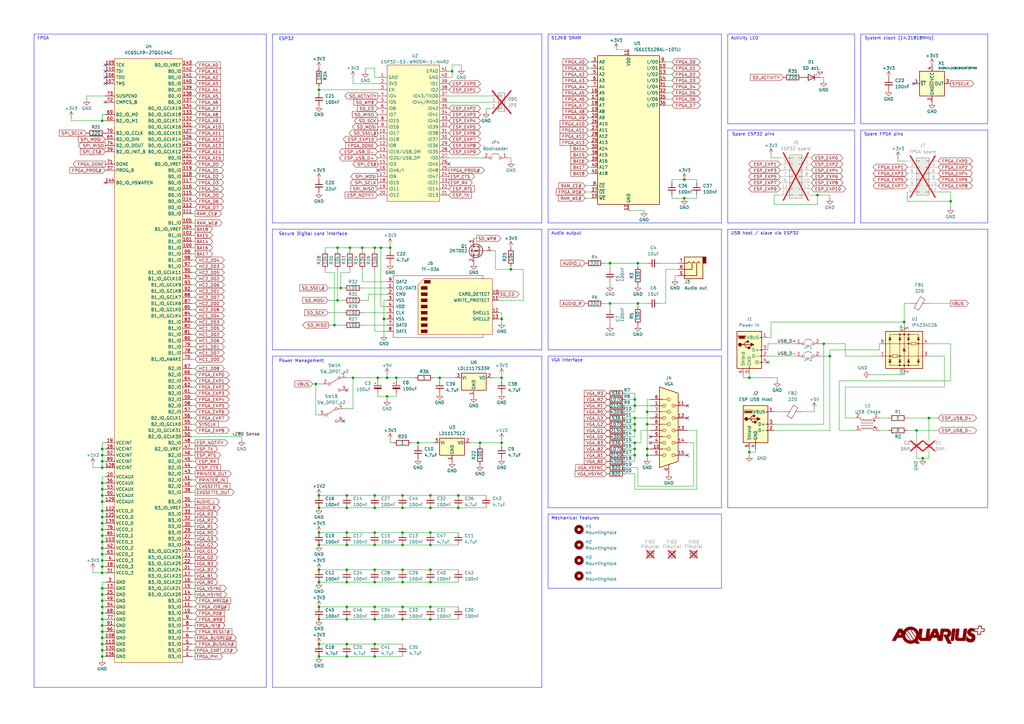
<source format=kicad_sch>
(kicad_sch (version 20231120) (generator "eeschema") (generator_version "8.0")
  (paper "A3")
  (title_block (title "Aquarius+ Mini vZ") (date "2024-11-27") (rev "1") (company "Designed by Frank van den Hoef") (comment 1 "Drawing by Sean P. Harrington"))
  (junction (at 370.84 132.08))
  (junction (at 265.43 184.15))
  (junction (at 129.54 157.48))
  (junction (at 162.56 154.94))
  (junction (at 139.7 118.11))
  (junction (at 130.81 218.44))
  (junction (at 41.91 234.95))
  (junction (at 156.21 101.6))
  (junction (at 41.91 243.84))
  (junction (at 41.91 248.92))
  (junction (at 176.53 223.52))
  (junction (at 165.1 238.76))
  (junction (at 142.24 208.28))
  (junction (at 389.89 82.55))
  (junction (at 260.35 163.83))
  (junction (at 260.35 184.15))
  (junction (at 335.28 80.01))
  (junction (at 41.91 269.24))
  (junction (at 165.1 218.44))
  (junction (at 250.19 124.46))
  (junction (at 205.74 130.81))
  (junction (at 137.16 133.35))
  (junction (at 41.91 198.12))
  (junction (at 260.35 173.99))
  (junction (at 187.96 208.28))
  (junction (at 176.53 238.76))
  (junction (at 381 171.45))
  (junction (at 148.59 101.6))
  (junction (at 209.55 110.49))
  (junction (at 265.43 168.91))
  (junction (at 138.43 101.6))
  (junction (at 142.24 264.16))
  (junction (at 165.1 208.28))
  (junction (at 176.53 254))
  (junction (at 41.91 222.25))
  (junction (at 307.34 154.94))
  (junction (at 185.42 29.21))
  (junction (at 153.67 248.92))
  (junction (at 41.91 200.66))
  (junction (at 165.1 203.2))
  (junction (at 280.67 73.66))
  (junction (at 41.91 205.74))
  (junction (at 153.67 233.68))
  (junction (at 160.02 101.6))
  (junction (at 41.91 227.33))
  (junction (at 260.35 171.45))
  (junction (at 153.67 264.16))
  (junction (at 143.51 101.6))
  (junction (at 260.35 176.53))
  (junction (at 41.91 266.7))
  (junction (at 176.53 208.28))
  (junction (at 41.91 251.46))
  (junction (at 196.85 181.61))
  (junction (at 153.67 101.6))
  (junction (at 130.81 269.24))
  (junction (at 176.53 203.2))
  (junction (at 130.81 238.76))
  (junction (at 337.82 140.97))
  (junction (at 165.1 248.92))
  (junction (at 165.1 254))
  (junction (at 261.62 107.95))
  (junction (at 41.91 219.71))
  (junction (at 378.46 187.96))
  (junction (at 41.91 232.41))
  (junction (at 261.62 124.46))
  (junction (at 142.24 269.24))
  (junction (at 41.91 241.3))
  (junction (at 41.91 256.54))
  (junction (at 307.34 185.42))
  (junction (at 142.24 223.52))
  (junction (at 142.24 238.76))
  (junction (at 41.91 259.08))
  (junction (at 260.35 181.61))
  (junction (at 154.94 154.94))
  (junction (at 41.91 264.16))
  (junction (at 153.67 238.76))
  (junction (at 41.91 254))
  (junction (at 130.81 36.83))
  (junction (at 180.34 154.94))
  (junction (at 176.53 248.92))
  (junction (at 41.91 217.17))
  (junction (at 375.92 176.53))
  (junction (at 142.24 233.68))
  (junction (at 157.48 130.81))
  (junction (at 144.78 154.94))
  (junction (at 41.91 246.38))
  (junction (at 41.91 261.62))
  (junction (at 41.91 212.09))
  (junction (at 142.24 203.2))
  (junction (at 205.74 181.61))
  (junction (at 41.91 209.55))
  (junction (at 176.53 218.44))
  (junction (at 130.81 264.16))
  (junction (at 142.24 248.92))
  (junction (at 153.67 208.28))
  (junction (at 153.67 269.24))
  (junction (at 142.24 218.44))
  (junction (at 153.67 223.52))
  (junction (at 340.36 146.05))
  (junction (at 41.91 224.79))
  (junction (at 138.43 123.19))
  (junction (at 260.35 166.37))
  (junction (at 41.91 214.63))
  (junction (at 41.91 184.15))
  (junction (at 153.67 218.44))
  (junction (at 41.91 186.69))
  (junction (at 41.91 229.87))
  (junction (at 153.67 254))
  (junction (at 130.81 233.68))
  (junction (at 265.43 173.99))
  (junction (at 176.53 233.68))
  (junction (at 142.24 254))
  (junction (at 41.91 191.77))
  (junction (at 187.96 203.2))
  (junction (at 130.81 223.52))
  (junction (at 158.75 154.94))
  (junction (at 41.91 203.2))
  (junction (at 130.81 254))
  (junction (at 165.1 223.52))
  (junction (at 171.45 181.61))
  (junction (at 41.91 189.23))
  (junction (at 130.81 208.28))
  (junction (at 158.75 162.56))
  (junction (at 260.35 186.69))
  (junction (at 205.74 154.94))
  (junction (at 250.19 107.95))
  (junction (at 153.67 203.2))
  (junction (at 130.81 203.2))
  (junction (at 130.81 248.92))
  (junction (at 165.1 233.68))
  (junction (at 280.67 81.28))
  (junction (at 41.91 49.53))
  (junction (at 265.43 186.69))
  (no_connect (at 374.65 34.29))
  (no_connect (at 43.18 29.21))
  (no_connect (at 43.18 41.91))
  (no_connect (at 142.24 160.02))
  (no_connect (at 140.97 172.72))
  (no_connect (at 184.15 67.31))
  (no_connect (at 314.96 148.59))
  (no_connect (at 43.18 34.29))
  (no_connect (at 43.18 74.93))
  (no_connect (at 154.94 69.85))
  (no_connect (at 43.18 31.75))
  (no_connect (at 281.94 186.69))
  (no_connect (at 281.94 166.37))
  (no_connect (at 281.94 171.45))
  (no_connect (at 266.7 179.07))
  (no_connect (at 266.7 181.61))
  (no_connect (at 43.18 26.67))
  (wire (pts (xy 372.11 171.45) (xy 381 171.45)))
  (wire (pts (xy 260.35 168.91) (xy 256.54 168.91)))
  (wire (pts (xy 247.65 124.46) (xy 250.19 124.46)))
  (polyline (pts (xy 224.79 91.44) (xy 295.91 91.44)) (stroke (width 0) (type solid)))
  (wire (pts (xy 265.43 184.15) (xy 266.7 184.15)))
  (wire (pts (xy 153.67 248.92) (xy 165.1 248.92)))
  (wire (pts (xy 304.8 154.94) (xy 304.8 153.67)))
  (wire (pts (xy 275.59 27.94) (xy 273.05 27.94)))
  (wire (pts (xy 78.74 80.01) (xy 80.01 80.01)))
  (wire (pts (xy 41.91 229.87) (xy 41.91 232.41)))
  (wire (pts (xy 78.74 74.93) (xy 80.01 74.93)))
  (polyline (pts (xy 298.45 91.44) (xy 350.52 91.44)) (stroke (width 0) (type solid)))
  (wire (pts (xy 256.54 186.69) (xy 260.35 186.69)))
  (wire (pts (xy 189.23 26.67) (xy 189.23 27.94)))
  (wire (pts (xy 41.91 217.17) (xy 41.91 219.71)))
  (wire (pts (xy 142.24 254) (xy 153.67 254)))
  (wire (pts (xy 143.51 101.6) (xy 143.51 102.87)))
  (wire (pts (xy 266.7 163.83) (xy 265.43 163.83)))
  (wire (pts (xy 241.3 71.12) (xy 242.57 71.12)))
  (wire (pts (xy 134.62 133.35) (xy 137.16 133.35)))
  (wire (pts (xy 332.74 80.01) (xy 335.28 80.01)))
  (wire (pts (xy 195.58 97.79) (xy 194.31 97.79)))
  (wire (pts (xy 340.36 143.51) (xy 360.68 143.51)))
  (wire (pts (xy 205.74 128.27) (xy 205.74 130.81)))
  (wire (pts (xy 78.74 156.21) (xy 80.01 156.21)))
  (wire (pts (xy 162.56 154.94) (xy 170.18 154.94)))
  (wire (pts (xy 153.67 254) (xy 165.1 254)))
  (wire (pts (xy 335.28 83.82) (xy 335.28 80.01)))
  (wire (pts (xy 176.53 218.44) (xy 187.96 218.44)))
  (wire (pts (xy 41.91 238.76) (xy 43.18 238.76)))
  (wire (pts (xy 41.91 224.79) (xy 43.18 224.79)))
  (wire (pts (xy 276.86 114.3) (xy 276.86 113.03)))
  (polyline (pts (xy 222.25 93.98) (xy 222.25 143.51)) (stroke (width 0) (type solid)))
  (wire (pts (xy 280.67 81.28) (xy 285.75 81.28)))
  (polyline (pts (xy 111.76 281.94) (xy 222.25 281.94)) (stroke (width 0) (type solid)))
  (wire (pts (xy 180.34 154.94) (xy 180.34 156.21)))
  (wire (pts (xy 41.91 198.12) (xy 41.91 200.66)))
  (wire (pts (xy 140.97 118.11) (xy 139.7 118.11)))
  (polyline (pts (xy 111.76 91.44) (xy 222.25 91.44)) (stroke (width 0) (type solid)))
  (wire (pts (xy 337.82 33.02) (xy 337.82 31.75)))
  (wire (pts (xy 78.74 49.53) (xy 80.01 49.53)))
  (wire (pts (xy 156.21 101.6) (xy 160.02 101.6)))
  (wire (pts (xy 381 171.45) (xy 381 180.34)))
  (wire (pts (xy 201.93 154.94) (xy 205.74 154.94)))
  (wire (pts (xy 280.67 73.66) (xy 285.75 73.66)))
  (wire (pts (xy 307.34 185.42) (xy 307.34 186.69)))
  (polyline (pts (xy 224.79 93.98) (xy 224.79 143.51)) (stroke (width 0) (type solid)))
  (wire (pts (xy 151.13 120.65) (xy 151.13 123.19)))
  (wire (pts (xy 41.91 254) (xy 41.91 256.54)))
  (wire (pts (xy 43.18 195.58) (xy 41.91 195.58)))
  (wire (pts (xy 41.91 184.15) (xy 43.18 184.15)))
  (polyline (pts (xy 13.97 281.94) (xy 109.22 281.94)) (stroke (width 0) (type solid)))
  (wire (pts (xy 314.96 143.51) (xy 314.96 140.97)))
  (polyline (pts (xy 298.45 50.8) (xy 350.52 50.8)) (stroke (width 0) (type solid)))
  (wire (pts (xy 153.67 27.94) (xy 153.67 31.75)))
  (wire (pts (xy 241.3 40.64) (xy 242.57 40.64)))
  (wire (pts (xy 275.59 74.93) (xy 275.59 73.66)))
  (wire (pts (xy 29.21 48.26) (xy 29.21 49.53)))
  (wire (pts (xy 250.19 133.35) (xy 250.19 132.08)))
  (wire (pts (xy 78.74 101.6) (xy 80.01 101.6)))
  (wire (pts (xy 78.74 254) (xy 80.01 254)))
  (wire (pts (xy 78.74 119.38) (xy 80.01 119.38)))
  (wire (pts (xy 171.45 181.61) (xy 177.8 181.61)))
  (wire (pts (xy 275.59 35.56) (xy 273.05 35.56)))
  (wire (pts (xy 368.3 66.04) (xy 372.11 66.04)))
  (wire (pts (xy 285.75 73.66) (xy 285.75 74.93)))
  (wire (pts (xy 196.85 181.61) (xy 196.85 182.88)))
  (wire (pts (xy 375.92 176.53) (xy 375.92 180.34)))
  (wire (pts (xy 41.91 229.87) (xy 43.18 229.87)))
  (wire (pts (xy 168.91 181.61) (xy 171.45 181.61)))
  (wire (pts (xy 78.74 104.14) (xy 80.01 104.14)))
  (polyline (pts (xy 405.13 53.34) (xy 405.13 91.44)) (stroke (width 0) (type solid)))
  (polyline (pts (xy 111.76 93.98) (xy 222.25 93.98)) (stroke (width 0) (type solid)))
  (wire (pts (xy 78.74 166.37) (xy 80.01 166.37)))
  (wire (pts (xy 41.91 198.12) (xy 43.18 198.12)))
  (wire (pts (xy 261.62 107.95) (xy 265.43 107.95)))
  (wire (pts (xy 154.94 154.94) (xy 158.75 154.94)))
  (wire (pts (xy 281.94 176.53) (xy 285.75 176.53)))
  (wire (pts (xy 149.86 27.94) (xy 153.67 27.94)))
  (wire (pts (xy 275.59 40.64) (xy 273.05 40.64)))
  (wire (pts (xy 138.43 110.49) (xy 138.43 123.19)))
  (wire (pts (xy 389.89 140.97) (xy 389.89 156.21)))
  (wire (pts (xy 241.3 33.02) (xy 242.57 33.02)))
  (wire (pts (xy 317.5 80.01) (xy 317.5 83.82)))
  (wire (pts (xy 153.67 233.68) (xy 165.1 233.68)))
  (wire (pts (xy 241.3 60.96) (xy 242.57 60.96)))
  (wire (pts (xy 260.35 181.61) (xy 260.35 184.15)))
  (wire (pts (xy 78.74 57.15) (xy 80.01 57.15)))
  (wire (pts (xy 387.35 146.05) (xy 387.35 158.75)))
  (polyline (pts (xy 224.79 146.05) (xy 295.91 146.05)) (stroke (width 0) (type solid)))
  (wire (pts (xy 370.84 133.35) (xy 370.84 132.08)))
  (wire (pts (xy 281.94 181.61) (xy 284.48 181.61)))
  (wire (pts (xy 250.19 107.95) (xy 261.62 107.95)))
  (wire (pts (xy 142.24 223.52) (xy 153.67 223.52)))
  (polyline (pts (xy 353.06 13.97) (xy 353.06 50.8)) (stroke (width 0) (type solid)))
  (wire (pts (xy 78.74 109.22) (xy 80.01 109.22)))
  (wire (pts (xy 133.35 111.76) (xy 133.35 110.49)))
  (wire (pts (xy 260.35 179.07) (xy 256.54 179.07)))
  (wire (pts (xy 284.48 199.39) (xy 261.62 199.39)))
  (wire (pts (xy 208.28 64.77) (xy 209.55 64.77)))
  (wire (pts (xy 41.91 189.23) (xy 43.18 189.23)))
  (polyline (pts (xy 295.91 146.05) (xy 295.91 208.28)) (stroke (width 0) (type solid)))
  (wire (pts (xy 270.51 107.95) (xy 278.13 107.95)))
  (wire (pts (xy 78.74 129.54) (xy 80.01 129.54)))
  (wire (pts (xy 130.81 35.56) (xy 130.81 36.83)))
  (wire (pts (xy 381 185.42) (xy 381 187.96)))
  (wire (pts (xy 130.81 233.68) (xy 142.24 233.68)))
  (polyline (pts (xy 353.06 13.97) (xy 405.13 13.97)) (stroke (width 0) (type solid)))
  (wire (pts (xy 130.81 238.76) (xy 142.24 238.76)))
  (wire (pts (xy 148.59 115.57) (xy 148.59 110.49)))
  (wire (pts (xy 317.5 168.91) (xy 321.31 168.91)))
  (wire (pts (xy 41.91 256.54) (xy 43.18 256.54)))
  (wire (pts (xy 241.3 25.4) (xy 242.57 25.4)))
  (wire (pts (xy 78.74 87.63) (xy 80.01 87.63)))
  (wire (pts (xy 372.11 176.53) (xy 375.92 176.53)))
  (wire (pts (xy 130.81 248.92) (xy 142.24 248.92)))
  (wire (pts (xy 41.91 243.84) (xy 43.18 243.84)))
  (wire (pts (xy 130.81 36.83) (xy 154.94 36.83)))
  (wire (pts (xy 142.24 203.2) (xy 153.67 203.2)))
  (wire (pts (xy 241.3 38.1) (xy 242.57 38.1)))
  (wire (pts (xy 139.7 111.76) (xy 143.51 111.76)))
  (wire (pts (xy 41.91 243.84) (xy 41.91 246.38)))
  (wire (pts (xy 184.15 29.21) (xy 185.42 29.21)))
  (wire (pts (xy 41.91 49.53) (xy 43.18 49.53)))
  (wire (pts (xy 144.78 154.94) (xy 144.78 167.64)))
  (wire (pts (xy 196.85 181.61) (xy 205.74 181.61)))
  (wire (pts (xy 176.53 238.76) (xy 187.96 238.76)))
  (wire (pts (xy 205.74 181.61) (xy 205.74 182.88)))
  (wire (pts (xy 41.91 269.24) (xy 43.18 269.24)))
  (wire (pts (xy 185.42 26.67) (xy 189.23 26.67)))
  (wire (pts (xy 130.81 223.52) (xy 142.24 223.52)))
  (wire (pts (xy 316.23 138.43) (xy 316.23 132.08)))
  (wire (pts (xy 130.81 269.24) (xy 142.24 269.24)))
  (wire (pts (xy 78.74 69.85) (xy 80.01 69.85)))
  (wire (pts (xy 41.91 266.7) (xy 43.18 266.7)))
  (wire (pts (xy 78.74 168.91) (xy 80.01 168.91)))
  (polyline (pts (xy 298.45 93.98) (xy 405.13 93.98)) (stroke (width 0) (type solid)))
  (polyline (pts (xy 295.91 93.98) (xy 295.91 143.51)) (stroke (width 0) (type solid)))
  (wire (pts (xy 41.91 232.41) (xy 41.91 234.95)))
  (wire (pts (xy 41.91 49.53) (xy 29.21 49.53)))
  (wire (pts (xy 78.74 93.98) (xy 80.01 93.98)))
  (polyline (pts (xy 13.97 13.97) (xy 13.97 281.94)) (stroke (width 0) (type solid)))
  (wire (pts (xy 158.75 115.57) (xy 148.59 115.57)))
  (wire (pts (xy 78.74 199.39) (xy 80.01 199.39)))
  (wire (pts (xy 130.81 264.16) (xy 142.24 264.16)))
  (wire (pts (xy 275.59 30.48) (xy 273.05 30.48)))
  (polyline (pts (xy 224.79 13.97) (xy 224.79 91.44)) (stroke (width 0) (type solid)))
  (wire (pts (xy 78.74 26.67) (xy 80.01 26.67)))
  (wire (pts (xy 134.62 123.19) (xy 138.43 123.19)))
  (wire (pts (xy 78.74 158.75) (xy 80.01 158.75)))
  (wire (pts (xy 139.7 118.11) (xy 139.7 111.76)))
  (wire (pts (xy 78.74 208.28) (xy 80.01 208.28)))
  (polyline (pts (xy 224.79 210.82) (xy 295.91 210.82)) (stroke (width 0) (type solid)))
  (wire (pts (xy 387.35 158.75) (xy 346.71 158.75)))
  (wire (pts (xy 314.96 138.43) (xy 316.23 138.43)))
  (wire (pts (xy 307.34 154.94) (xy 307.34 153.67)))
  (wire (pts (xy 260.35 171.45) (xy 266.7 171.45)))
  (wire (pts (xy 78.74 46.99) (xy 80.01 46.99)))
  (polyline (pts (xy 298.45 53.34) (xy 350.52 53.34)) (stroke (width 0) (type solid)))
  (wire (pts (xy 41.91 256.54) (xy 41.91 259.08)))
  (wire (pts (xy 41.91 200.66) (xy 43.18 200.66)))
  (wire (pts (xy 41.91 205.74) (xy 41.91 209.55)))
  (wire (pts (xy 187.96 203.2) (xy 199.39 203.2)))
  (wire (pts (xy 273.05 124.46) (xy 273.05 110.49)))
  (wire (pts (xy 78.74 223.52) (xy 80.01 223.52)))
  (wire (pts (xy 78.74 151.13) (xy 80.01 151.13)))
  (wire (pts (xy 165.1 208.28) (xy 176.53 208.28)))
  (wire (pts (xy 260.35 161.29) (xy 260.35 163.83)))
  (wire (pts (xy 78.74 99.06) (xy 80.01 99.06)))
  (wire (pts (xy 130.81 36.83) (xy 130.81 38.1)))
  (wire (pts (xy 275.59 43.18) (xy 273.05 43.18)))
  (wire (pts (xy 158.75 123.19) (xy 157.48 123.19)))
  (wire (pts (xy 78.74 251.46) (xy 80.01 251.46)))
  (wire (pts (xy 160.02 101.6) (xy 160.02 102.87)))
  (wire (pts (xy 151.13 123.19) (xy 148.59 123.19)))
  (wire (pts (xy 165.1 238.76) (xy 176.53 238.76)))
  (wire (pts (xy 153.67 135.89) (xy 158.75 135.89)))
  (wire (pts (xy 43.18 217.17) (xy 41.91 217.17)))
  (wire (pts (xy 375.92 176.53) (xy 384.81 176.53)))
  (wire (pts (xy 176.53 208.28) (xy 187.96 208.28)))
  (wire (pts (xy 78.74 137.16) (xy 80.01 137.16)))
  (wire (pts (xy 209.55 110.49) (xy 203.2 110.49)))
  (wire (pts (xy 285.75 200.66) (xy 260.35 200.66)))
  (wire (pts (xy 314.96 140.97) (xy 326.39 140.97)))
  (wire (pts (xy 214.63 110.49) (xy 209.55 110.49)))
  (wire (pts (xy 205.74 154.94) (xy 205.74 156.21)))
  (wire (pts (xy 41.91 251.46) (xy 43.18 251.46)))
  (wire (pts (xy 260.35 163.83) (xy 260.35 166.37)))
  (wire (pts (xy 309.88 184.15) (xy 309.88 185.42)))
  (wire (pts (xy 180.34 154.94) (xy 186.69 154.94)))
  (wire (pts (xy 275.59 33.02) (xy 273.05 33.02)))
  (wire (pts (xy 340.36 146.05) (xy 340.36 176.53)))
  (wire (pts (xy 157.48 123.19) (xy 157.48 130.81)))
  (wire (pts (xy 160.02 100.33) (xy 160.02 101.6)))
  (wire (pts (xy 368.3 64.77) (xy 368.3 66.04)))
  (wire (pts (xy 148.59 101.6) (xy 153.67 101.6)))
  (wire (pts (xy 78.74 127) (xy 80.01 127)))
  (wire (pts (xy 78.74 106.68) (xy 80.01 106.68)))
  (wire (pts (xy 153.67 203.2) (xy 165.1 203.2)))
  (wire (pts (xy 78.74 41.91) (xy 80.01 41.91)))
  (wire (pts (xy 241.3 63.5) (xy 242.57 63.5)))
  (wire (pts (xy 389.89 82.55) (xy 389.89 85.09)))
  (polyline (pts (xy 295.91 13.97) (xy 295.91 91.44)) (stroke (width 0) (type solid)))
  (wire (pts (xy 41.91 219.71) (xy 43.18 219.71)))
  (wire (pts (xy 41.91 248.92) (xy 41.91 251.46)))
  (wire (pts (xy 78.74 189.23) (xy 80.01 189.23)))
  (wire (pts (xy 78.74 269.24) (xy 80.01 269.24)))
  (wire (pts (xy 307.34 185.42) (xy 309.88 185.42)))
  (wire (pts (xy 138.43 101.6) (xy 138.43 102.87)))
  (wire (pts (xy 158.75 120.65) (xy 151.13 120.65)))
  (wire (pts (xy 260.35 166.37) (xy 260.35 168.91)))
  (wire (pts (xy 241.3 35.56) (xy 242.57 35.56)))
  (wire (pts (xy 128.27 157.48) (xy 129.54 157.48)))
  (wire (pts (xy 344.17 156.21) (xy 344.17 176.53)))
  (polyline (pts (xy 224.79 210.82) (xy 224.79 241.3)) (stroke (width 0) (type solid)))
  (wire (pts (xy 304.8 154.94) (xy 307.34 154.94)))
  (wire (pts (xy 260.35 186.69) (xy 260.35 189.23)))
  (wire (pts (xy 78.74 62.23) (xy 80.01 62.23)))
  (wire (pts (xy 262.89 181.61) (xy 260.35 181.61)))
  (wire (pts (xy 41.91 191.77) (xy 41.91 189.23)))
  (wire (pts (xy 260.35 194.31) (xy 256.54 194.31)))
  (polyline (pts (xy 13.97 13.97) (xy 109.22 13.97)) (stroke (width 0) (type solid)))
  (wire (pts (xy 241.3 58.42) (xy 242.57 58.42)))
  (wire (pts (xy 360.68 176.53) (xy 364.49 176.53)))
  (wire (pts (xy 80.01 173.99) (xy 78.74 173.99)))
  (wire (pts (xy 336.55 140.97) (xy 337.82 140.97)))
  (wire (pts (xy 372.11 82.55) (xy 389.89 82.55)))
  (polyline (pts (xy 222.25 13.97) (xy 222.25 91.44)) (stroke (width 0) (type solid)))
  (wire (pts (xy 346.71 171.45) (xy 350.52 171.45)))
  (wire (pts (xy 43.18 214.63) (xy 41.91 214.63)))
  (wire (pts (xy 78.74 176.53) (xy 80.01 176.53)))
  (wire (pts (xy 78.74 134.62) (xy 80.01 134.62)))
  (wire (pts (xy 256.54 184.15) (xy 260.35 184.15)))
  (wire (pts (xy 158.75 154.94) (xy 162.56 154.94)))
  (wire (pts (xy 142.24 208.28) (xy 153.67 208.28)))
  (polyline (pts (xy 111.76 146.05) (xy 111.76 281.94)) (stroke (width 0) (type solid)))
  (wire (pts (xy 205.74 130.81) (xy 205.74 132.08)))
  (wire (pts (xy 41.91 186.69) (xy 41.91 184.15)))
  (wire (pts (xy 153.67 264.16) (xy 165.1 264.16)))
  (wire (pts (xy 78.74 238.76) (xy 80.01 238.76)))
  (wire (pts (xy 78.74 218.44) (xy 80.01 218.44)))
  (wire (pts (xy 285.75 81.28) (xy 285.75 80.01)))
  (wire (pts (xy 265.43 184.15) (xy 265.43 186.69)))
  (wire (pts (xy 78.74 39.37) (xy 80.01 39.37)))
  (wire (pts (xy 78.74 29.21) (xy 80.01 29.21)))
  (wire (pts (xy 78.74 161.29) (xy 80.01 161.29)))
  (wire (pts (xy 273.05 110.49) (xy 278.13 110.49)))
  (wire (pts (xy 204.47 128.27) (xy 205.74 128.27)))
  (wire (pts (xy 257.81 86.36) (xy 264.16 86.36)))
  (wire (pts (xy 35.56 39.37) (xy 35.56 40.64)))
  (wire (pts (xy 78.74 67.31) (xy 80.01 67.31)))
  (wire (pts (xy 78.74 147.32) (xy 80.01 147.32)))
  (wire (pts (xy 78.74 246.38) (xy 80.01 246.38)))
  (polyline (pts (xy 405.13 13.97) (xy 405.13 50.8)) (stroke (width 0) (type solid)))
  (polyline (pts (xy 222.25 146.05) (xy 222.25 281.94)) (stroke (width 0) (type solid)))
  (wire (pts (xy 142.24 248.92) (xy 153.67 248.92)))
  (wire (pts (xy 78.74 64.77) (xy 80.01 64.77)))
  (wire (pts (xy 265.43 168.91) (xy 265.43 173.99)))
  (wire (pts (xy 130.81 203.2) (xy 142.24 203.2)))
  (wire (pts (xy 78.74 196.85) (xy 80.01 196.85)))
  (wire (pts (xy 199.39 44.45) (xy 199.39 45.72)))
  (wire (pts (xy 41.91 264.16) (xy 43.18 264.16)))
  (wire (pts (xy 41.91 181.61) (xy 41.91 184.15)))
  (polyline (pts (xy 298.45 13.97) (xy 350.52 13.97)) (stroke (width 0) (type solid)))
  (wire (pts (xy 256.54 173.99) (xy 260.35 173.99)))
  (wire (pts (xy 78.74 36.83) (xy 80.01 36.83)))
  (wire (pts (xy 256.54 181.61) (xy 260.35 181.61)))
  (wire (pts (xy 41.91 200.66) (xy 41.91 203.2)))
  (wire (pts (xy 41.91 222.25) (xy 41.91 224.79)))
  (wire (pts (xy 372.11 78.74) (xy 372.11 82.55)))
  (wire (pts (xy 260.35 176.53) (xy 260.35 179.07)))
  (wire (pts (xy 41.91 241.3) (xy 43.18 241.3)))
  (wire (pts (xy 375.92 185.42) (xy 375.92 187.96)))
  (wire (pts (xy 158.75 163.83) (xy 158.75 162.56)))
  (polyline (pts (xy 298.45 208.28) (xy 405.13 208.28)) (stroke (width 0) (type solid)))
  (wire (pts (xy 78.74 248.92) (xy 80.01 248.92)))
  (wire (pts (xy 41.91 205.74) (xy 43.18 205.74)))
  (wire (pts (xy 318.77 154.94) (xy 307.34 154.94)))
  (wire (pts (xy 41.91 214.63) (xy 41.91 217.17)))
  (wire (pts (xy 78.74 213.36) (xy 80.01 213.36)))
  (wire (pts (xy 307.34 184.15) (xy 307.34 185.42)))
  (wire (pts (xy 41.91 251.46) (xy 41.91 254)))
  (wire (pts (xy 78.74 261.62) (xy 80.01 261.62)))
  (wire (pts (xy 41.91 259.08) (xy 41.91 261.62)))
  (wire (pts (xy 78.74 163.83) (xy 80.01 163.83)))
  (wire (pts (xy 134.62 128.27) (xy 140.97 128.27)))
  (wire (pts (xy 360.68 171.45) (xy 364.49 171.45)))
  (wire (pts (xy 346.71 140.97) (xy 346.71 146.05)))
  (wire (pts (xy 41.91 264.16) (xy 41.91 266.7)))
  (wire (pts (xy 78.74 228.6) (xy 80.01 228.6)))
  (wire (pts (xy 209.55 109.22) (xy 209.55 110.49)))
  (wire (pts (xy 176.53 223.52) (xy 187.96 223.52)))
  (polyline (pts (xy 405.13 93.98) (xy 405.13 208.28)) (stroke (width 0) (type solid)))
  (wire (pts (xy 148.59 101.6) (xy 148.59 102.87)))
  (wire (pts (xy 78.74 231.14) (xy 80.01 231.14)))
  (wire (pts (xy 38.1 233.68) (xy 38.1 234.95)))
  (wire (pts (xy 265.43 173.99) (xy 265.43 184.15)))
  (wire (pts (xy 165.1 223.52) (xy 176.53 223.52)))
  (wire (pts (xy 78.74 72.39) (xy 80.01 72.39)))
  (wire (pts (xy 154.94 161.29) (xy 154.94 162.56)))
  (wire (pts (xy 43.18 191.77) (xy 41.91 191.77)))
  (wire (pts (xy 78.74 153.67) (xy 80.01 153.67)))
  (wire (pts (xy 261.62 199.39) (xy 261.62 191.77)))
  (wire (pts (xy 78.74 201.93) (xy 80.01 201.93)))
  (wire (pts (xy 142.24 269.24) (xy 153.67 269.24)))
  (wire (pts (xy 165.1 248.92) (xy 176.53 248.92)))
  (wire (pts (xy 43.18 246.38) (xy 41.91 246.38)))
  (wire (pts (xy 154.94 34.29) (xy 144.78 34.29)))
  (wire (pts (xy 335.28 80.01) (xy 340.36 80.01)))
  (wire (pts (xy 252.73 20.32) (xy 257.81 20.32)))
  (wire (pts (xy 133.35 101.6) (xy 138.43 101.6)))
  (wire (pts (xy 78.74 116.84) (xy 80.01 116.84)))
  (wire (pts (xy 78.74 44.45) (xy 80.01 44.45)))
  (wire (pts (xy 165.1 254) (xy 176.53 254)))
  (wire (pts (xy 203.2 102.87) (xy 203.2 110.49)))
  (wire (pts (xy 78.74 181.61) (xy 80.01 181.61)))
  (wire (pts (xy 78.74 226.06) (xy 80.01 226.06)))
  (wire (pts (xy 316.23 63.5) (xy 316.23 64.77)))
  (wire (pts (xy 153.67 223.52) (xy 165.1 223.52)))
  (wire (pts (xy 381 146.05) (xy 387.35 146.05)))
  (wire (pts (xy 78.74 220.98) (xy 80.01 220.98)))
  (wire (pts (xy 370.84 124.46) (xy 370.84 132.08)))
  (wire (pts (xy 320.04 80.01) (xy 317.5 80.01)))
  (wire (pts (xy 265.43 186.69) (xy 265.43 187.96)))
  (wire (pts (xy 130.81 208.28) (xy 142.24 208.28)))
  (wire (pts (xy 241.3 50.8) (xy 242.57 50.8)))
  (polyline (pts (xy 111.76 13.97) (xy 222.25 13.97)) (stroke (width 0) (type solid)))
  (wire (pts (xy 78.74 91.44) (xy 80.01 91.44)))
  (wire (pts (xy 132.08 157.48) (xy 129.54 157.48)))
  (wire (pts (xy 340.36 143.51) (xy 340.36 146.05)))
  (wire (pts (xy 153.67 238.76) (xy 165.1 238.76)))
  (wire (pts (xy 78.74 210.82) (xy 80.01 210.82)))
  (wire (pts (xy 78.74 144.78) (xy 80.01 144.78)))
  (polyline (pts (xy 298.45 13.97) (xy 298.45 50.8)) (stroke (width 0) (type solid)))
  (wire (pts (xy 260.35 200.66) (xy 260.35 194.31)))
  (wire (pts (xy 137.16 111.76) (xy 133.35 111.76)))
  (polyline (pts (xy 353.06 53.34) (xy 353.06 91.44)) (stroke (width 0) (type solid)))
  (polyline (pts (xy 353.06 91.44) (xy 405.13 91.44)) (stroke (width 0) (type solid)))
  (wire (pts (xy 78.74 96.52) (xy 80.01 96.52)))
  (wire (pts (xy 78.74 111.76) (xy 80.01 111.76)))
  (wire (pts (xy 241.3 30.48) (xy 242.57 30.48)))
  (wire (pts (xy 142.24 154.94) (xy 144.78 154.94)))
  (polyline (pts (xy 350.52 53.34) (xy 350.52 91.44)) (stroke (width 0) (type solid)))
  (wire (pts (xy 41.91 238.76) (xy 41.91 241.3)))
  (wire (pts (xy 148.59 118.11) (xy 158.75 118.11)))
  (polyline (pts (xy 111.76 146.05) (xy 222.25 146.05)) (stroke (width 0) (type solid)))
  (wire (pts (xy 41.91 261.62) (xy 41.91 264.16)))
  (wire (pts (xy 378.46 187.96) (xy 381 187.96)))
  (wire (pts (xy 78.74 241.3) (xy 80.01 241.3)))
  (wire (pts (xy 260.35 171.45) (xy 260.35 173.99)))
  (wire (pts (xy 78.74 132.08) (xy 80.01 132.08)))
  (wire (pts (xy 153.67 31.75) (xy 154.94 31.75)))
  (wire (pts (xy 78.74 184.15) (xy 80.01 184.15)))
  (wire (pts (xy 157.48 130.81) (xy 158.75 130.81)))
  (wire (pts (xy 334.01 167.64) (xy 334.01 168.91)))
  (wire (pts (xy 142.24 233.68) (xy 153.67 233.68)))
  (wire (pts (xy 130.81 254) (xy 142.24 254)))
  (wire (pts (xy 381 171.45) (xy 384.81 171.45)))
  (wire (pts (xy 381 140.97) (xy 389.89 140.97)))
  (wire (pts (xy 41.91 189.23) (xy 41.91 186.69)))
  (wire (pts (xy 78.74 77.47) (xy 80.01 77.47)))
  (polyline (pts (xy 224.79 241.3) (xy 295.91 241.3)) (stroke (width 0) (type solid)))
  (wire (pts (xy 240.03 76.2) (xy 242.57 76.2)))
  (wire (pts (xy 78.74 34.29) (xy 80.01 34.29)))
  (wire (pts (xy 130.81 218.44) (xy 142.24 218.44)))
  (wire (pts (xy 142.24 218.44) (xy 153.67 218.44)))
  (wire (pts (xy 38.1 190.5) (xy 38.1 191.77)))
  (wire (pts (xy 41.91 191.77) (xy 38.1 191.77)))
  (wire (pts (xy 193.04 181.61) (xy 196.85 181.61)))
  (wire (pts (xy 370.84 124.46) (xy 373.38 124.46)))
  (polyline (pts (xy 111.76 13.97) (xy 111.76 91.44)) (stroke (width 0) (type solid)))
  (wire (pts (xy 261.62 124.46) (xy 265.43 124.46)))
  (wire (pts (xy 43.18 181.61) (xy 41.91 181.61)))
  (wire (pts (xy 318.77 154.94) (xy 318.77 156.21)))
  (wire (pts (xy 153.67 101.6) (xy 156.21 101.6)))
  (polyline (pts (xy 111.76 93.98) (xy 111.76 143.51)) (stroke (width 0) (type solid)))
  (polyline (pts (xy 353.06 53.34) (xy 405.13 53.34)) (stroke (width 0) (type solid)))
  (wire (pts (xy 78.74 52.07) (xy 80.01 52.07)))
  (wire (pts (xy 160.02 180.34) (xy 160.02 181.61)))
  (wire (pts (xy 185.42 29.21) (xy 185.42 26.67)))
  (wire (pts (xy 140.97 123.19) (xy 138.43 123.19)))
  (polyline (pts (xy 224.79 143.51) (xy 295.91 143.51)) (stroke (width 0) (type solid)))
  (wire (pts (xy 41.91 232.41) (xy 43.18 232.41)))
  (wire (pts (xy 256.54 171.45) (xy 260.35 171.45)))
  (wire (pts (xy 153.67 269.24) (xy 165.1 269.24)))
  (wire (pts (xy 184.15 31.75) (xy 185.42 31.75)))
  (wire (pts (xy 205.74 153.67) (xy 205.74 154.94)))
  (wire (pts (xy 317.5 173.99) (xy 337.82 173.99)))
  (wire (pts (xy 171.45 181.61) (xy 171.45 182.88)))
  (wire (pts (xy 176.53 254) (xy 187.96 254)))
  (wire (pts (xy 41.91 195.58) (xy 41.91 198.12)))
  (polyline (pts (xy 224.79 146.05) (xy 224.79 208.28)) (stroke (width 0) (type solid)))
  (wire (pts (xy 340.36 80.01) (xy 340.36 81.28)))
  (wire (pts (xy 344.17 176.53) (xy 350.52 176.53)))
  (wire (pts (xy 176.53 203.2) (xy 187.96 203.2)))
  (wire (pts (xy 144.78 31.75) (xy 144.78 34.29)))
  (wire (pts (xy 41.91 227.33) (xy 41.91 229.87)))
  (wire (pts (xy 137.16 133.35) (xy 137.16 111.76)))
  (wire (pts (xy 262.89 176.53) (xy 262.89 181.61)))
  (wire (pts (xy 284.48 181.61) (xy 284.48 199.39)))
  (wire (pts (xy 78.74 215.9) (xy 80.01 215.9)))
  (wire (pts (xy 41.91 269.24) (xy 41.91 270.51)))
  (wire (pts (xy 41.91 234.95) (xy 38.1 234.95)))
  (wire (pts (xy 285.75 176.53) (xy 285.75 200.66)))
  (wire (pts (xy 41.91 222.25) (xy 43.18 222.25)))
  (wire (pts (xy 99.06 179.07) (xy 99.06 180.34)))
  (wire (pts (xy 275.59 25.4) (xy 273.05 25.4)))
  (wire (pts (xy 260.35 189.23) (xy 256.54 189.23)))
  (wire (pts (xy 41.91 46.99) (xy 41.91 49.53)))
  (wire (pts (xy 134.62 118.11) (xy 139.7 118.11)))
  (wire (pts (xy 41.91 248.92) (xy 43.18 248.92)))
  (wire (pts (xy 160.02 181.61) (xy 161.29 181.61)))
  (wire (pts (xy 158.75 162.56) (xy 162.56 162.56)))
  (wire (pts (xy 241.3 27.94) (xy 242.57 27.94)))
  (wire (pts (xy 317.5 176.53) (xy 340.36 176.53)))
  (wire (pts (xy 158.75 125.73) (xy 156.21 125.73)))
  (wire (pts (xy 176.53 248.92) (xy 187.96 248.92)))
  (wire (pts (xy 154.94 162.56) (xy 158.75 162.56)))
  (wire (pts (xy 78.74 266.7) (xy 80.01 266.7)))
  (polyline (pts (xy 224.79 13.97) (xy 295.91 13.97)) (stroke (width 0) (type solid)))
  (wire (pts (xy 78.74 124.46) (xy 80.01 124.46)))
  (wire (pts (xy 78.74 186.69) (xy 80.01 186.69)))
  (wire (pts (xy 314.96 146.05) (xy 326.39 146.05)))
  (wire (pts (xy 138.43 101.6) (xy 143.51 101.6)))
  (wire (pts (xy 35.56 39.37) (xy 43.18 39.37)))
  (wire (pts (xy 153.67 110.49) (xy 153.67 135.89)))
  (wire (pts (xy 133.35 102.87) (xy 133.35 101.6)))
  (wire (pts (xy 260.35 184.15) (xy 260.35 186.69)))
  (wire (pts (xy 43.18 209.55) (xy 41.91 209.55)))
  (wire (pts (xy 337.82 140.97) (xy 346.71 140.97)))
  (wire (pts (xy 250.19 116.84) (xy 250.19 115.57)))
  (wire (pts (xy 153.67 218.44) (xy 165.1 218.44)))
  (wire (pts (xy 389.89 78.74) (xy 389.89 82.55)))
  (wire (pts (xy 78.74 114.3) (xy 80.01 114.3)))
  (polyline (pts (xy 298.45 53.34) (xy 298.45 91.44)) (stroke (width 0) (type solid)))
  (wire (pts (xy 78.74 139.7) (xy 80.01 139.7)))
  (wire (pts (xy 265.43 168.91) (xy 266.7 168.91)))
  (wire (pts (xy 381 124.46) (xy 389.89 124.46)))
  (wire (pts (xy 78.74 121.92) (xy 80.01 121.92)))
  (wire (pts (xy 250.19 110.49) (xy 250.19 107.95)))
  (wire (pts (xy 148.59 133.35) (xy 158.75 133.35)))
  (wire (pts (xy 78.74 259.08) (xy 80.01 259.08)))
  (wire (pts (xy 41.91 254) (xy 43.18 254)))
  (polyline (pts (xy 111.76 143.51) (xy 222.25 143.51)) (stroke (width 0) (type solid)))
  (wire (pts (xy 256.54 176.53) (xy 260.35 176.53)))
  (wire (pts (xy 241.3 53.34) (xy 242.57 53.34)))
  (wire (pts (xy 41.91 219.71) (xy 41.91 222.25)))
  (wire (pts (xy 256.54 191.77) (xy 261.62 191.77)))
  (wire (pts (xy 78.74 191.77) (xy 80.01 191.77)))
  (wire (pts (xy 205.74 180.34) (xy 205.74 181.61)))
  (wire (pts (xy 201.93 102.87) (xy 203.2 102.87)))
  (wire (pts (xy 143.51 101.6) (xy 148.59 101.6)))
  (wire (pts (xy 78.74 82.55) (xy 80.01 82.55)))
  (wire (pts (xy 275.59 38.1) (xy 273.05 38.1)))
  (polyline (pts (xy 224.79 93.98) (xy 295.91 93.98)) (stroke (width 0) (type solid)))
  (wire (pts (xy 261.62 107.95) (xy 261.62 109.22)))
  (wire (pts (xy 78.74 194.31) (xy 80.01 194.31)))
  (wire (pts (xy 140.97 167.64) (xy 144.78 167.64)))
  (wire (pts (xy 346.71 158.75) (xy 346.71 171.45)))
  (wire (pts (xy 41.91 186.69) (xy 43.18 186.69)))
  (wire (pts (xy 389.89 156.21) (xy 344.17 156.21)))
  (wire (pts (xy 204.47 123.19) (xy 214.63 123.19)))
  (wire (pts (xy 78.74 85.09) (xy 80.01 85.09)))
  (wire (pts (xy 78.74 31.75) (xy 80.01 31.75)))
  (wire (pts (xy 148.59 128.27) (xy 158.75 128.27)))
  (wire (pts (xy 275.59 81.28) (xy 280.67 81.28)))
  (wire (pts (xy 41.91 212.09) (xy 41.91 214.63)))
  (wire (pts (xy 129.54 157.48) (xy 129.54 170.18)))
  (wire (pts (xy 360.68 143.51) (xy 360.68 140.97)))
  (wire (pts (xy 78.74 236.22) (xy 80.01 236.22)))
  (wire (pts (xy 275.59 80.01) (xy 275.59 81.28)))
  (wire (pts (xy 214.63 123.19) (xy 214.63 110.49)))
  (wire (pts (xy 153.67 208.28) (xy 165.1 208.28)))
  (wire (pts (xy 142.24 264.16) (xy 153.67 264.16)))
  (wire (pts (xy 41.91 259.08) (xy 43.18 259.08)))
  (wire (pts (xy 41.91 203.2) (xy 41.91 205.74)))
  (wire (pts (xy 204.47 130.81) (xy 205.74 130.81)))
  (wire (pts (xy 317.5 83.82) (xy 335.28 83.82)))
  (wire (pts (xy 270.51 124.46) (xy 273.05 124.46)))
  (wire (pts (xy 266.7 176.53) (xy 262.89 176.53)))
  (wire (pts (xy 275.59 73.66) (xy 280.67 73.66)))
  (wire (pts (xy 41.91 227.33) (xy 43.18 227.33)))
  (wire (pts (xy 144.78 154.94) (xy 154.94 154.94)))
  (wire (pts (xy 337.82 140.97) (xy 337.82 173.99)))
  (wire (pts (xy 260.35 166.37) (xy 266.7 166.37)))
  (wire (pts (xy 265.43 173.99) (xy 266.7 173.99)))
  (wire (pts (xy 375.92 187.96) (xy 378.46 187.96)))
  (wire (pts (xy 316.23 132.08) (xy 370.84 132.08)))
  (wire (pts (xy 158.75 153.67) (xy 158.75 154.94)))
  (wire (pts (xy 78.74 205.74) (xy 80.01 205.74)))
  (wire (pts (xy 328.93 168.91) (xy 334.01 168.91)))
  (wire (pts (xy 78.74 264.16) (xy 80.01 264.16)))
  (wire (pts (xy 265.43 186.69) (xy 266.7 186.69)))
  (wire (pts (xy 142.24 238.76) (xy 153.67 238.76)))
  (wire (pts (xy 78.74 59.69) (xy 80.01 59.69)))
  (wire (pts (xy 241.3 43.18) (xy 242.57 43.18)))
  (polyline (pts (xy 298.45 93.98) (xy 298.45 208.28)) (stroke (width 0) (type solid)))
  (wire (pts (xy 165.1 203.2) (xy 176.53 203.2)))
  (wire (pts (xy 41.91 224.79) (xy 41.91 227.33)))
  (wire (pts (xy 153.67 101.6) (xy 153.67 102.87)))
  (wire (pts (xy 78.74 233.68) (xy 80.01 233.68)))
  (wire (pts (xy 177.8 154.94) (xy 180.34 154.94)))
  (wire (pts (xy 384.81 78.74) (xy 389.89 78.74)))
  (wire (pts (xy 276.86 113.03) (xy 278.13 113.03)))
  (wire (pts (xy 209.55 66.04) (xy 209.55 64.77)))
  (wire (pts (xy 356.87 153.67) (xy 370.84 153.67)))
  (wire (pts (xy 241.3 66.04) (xy 242.57 66.04)))
  (wire (pts (xy 320.04 64.77) (xy 316.23 64.77)))
  (wire (pts (xy 41.91 234.95) (xy 43.18 234.95)))
  (wire (pts (xy 256.54 161.29) (xy 260.35 161.29)))
  (wire (pts (xy 265.43 163.83) (xy 265.43 168.91)))
  (wire (pts (xy 143.51 111.76) (xy 143.51 110.49)))
  (polyline (pts (xy 109.22 13.97) (xy 109.22 281.94)) (stroke (width 0) (type solid)))
  (wire (pts (xy 129.54 170.18) (xy 130.81 170.18)))
  (wire (pts (xy 336.55 31.75) (xy 337.82 31.75)))
  (wire (pts (xy 256.54 163.83) (xy 260.35 163.83)))
  (wire (pts (xy 241.3 48.26) (xy 242.57 48.26)))
  (wire (pts (xy 256.54 166.37) (xy 260.35 166.37)))
  (wire (pts (xy 346.71 146.05) (xy 360.68 146.05)))
  (wire (pts (xy 184.15 41.91) (xy 200.66 41.91)))
  (polyline (pts (xy 350.52 13.97) (xy 350.52 50.8)) (stroke (width 0) (type solid)))
  (wire (pts (xy 43.18 46.99) (xy 41.91 46.99)))
  (wire (pts (xy 156.21 101.6) (xy 156.21 125.73)))
  (wire (pts (xy 165.1 233.68) (xy 176.53 233.68)))
  (wire (pts (xy 149.86 29.21) (xy 149.86 27.94)))
  (wire (pts (xy 78.74 179.07) (xy 99.06 179.07)))
  (wire (pts (xy 78.74 243.84) (xy 80.01 243.84)))
  (wire (pts (xy 260.35 173.99) (xy 260.35 176.53)))
  (wire (pts (xy 140.97 133.35) (xy 137.16 133.35)))
  (wire (pts (xy 78.74 171.45) (xy 80.01 171.45)))
  (wire (pts (xy 78.74 54.61) (xy 80.01 54.61)))
  (wire (pts (xy 78.74 256.54) (xy 80.01 256.54)))
  (wire (pts (xy 184.15 39.37) (xy 200.66 39.37)))
  (wire (pts (xy 247.65 107.95) (xy 250.19 107.95)))
  (wire (pts (xy 41.91 203.2) (xy 43.18 203.2)))
  (wire (pts (xy 187.96 208.28) (xy 199.39 208.28)))
  (polyline (pts (xy 295.91 210.82) (xy 295.91 241.3)) (stroke (width 0) (type solid)))
  (wire (pts (xy 157.48 130.81) (xy 157.48 137.16)))
  (wire (pts (xy 165.1 218.44) (xy 176.53 218.44)))
  (wire (pts (xy 240.03 81.28) (xy 242.57 81.28)))
  (wire (pts (xy 41.91 266.7) (xy 41.91 269.24)))
  (wire (pts (xy 154.94 156.21) (xy 154.94 154.94)))
  (wire (pts (xy 241.3 68.58) (xy 242.57 68.58)))
  (wire (pts (xy 241.3 55.88) (xy 242.57 55.88)))
  (wire (pts (xy 78.74 142.24) (xy 80.01 142.24)))
  (wire (pts (xy 184.15 64.77) (xy 198.12 64.77)))
  (wire (pts (xy 199.39 44.45) (xy 200.66 44.45)))
  (wire (pts (xy 41.91 209.55) (xy 41.91 212.09)))
  (wire (pts (xy 261.62 124.46) (xy 261.62 125.73)))
  (wire (pts (xy 43.18 212.09) (xy 41.91 212.09)))
  (polyline (pts (xy 224.79 208.28) (xy 295.91 208.28)) (stroke (width 0) (type solid)))
  (wire (pts (xy 241.3 45.72) (xy 242.57 45.72)))
  (wire (pts (xy 162.56 162.56) (xy 162.56 161.29)))
  (wire (pts (xy 250.19 127) (xy 250.19 124.46)))
  (wire (pts (xy 336.55 146.05) (xy 340.36 146.05)))
  (wire (pts (xy 240.03 78.74) (xy 242.57 78.74)))
  (wire (pts (xy 41.91 261.62) (xy 43.18 261.62)))
  (wire (pts (xy 250.19 124.46) (xy 261.62 124.46)))
  (wire (pts (xy 41.91 241.3) (xy 41.91 243.84)))
  (wire (pts (xy 162.56 154.94) (xy 162.56 156.21)))
  (wire (pts (xy 185.42 31.75) (xy 185.42 29.21)))
  (wire (pts (xy 176.53 233.68) (xy 187.96 233.68)))
  (polyline (pts (xy 353.06 50.8) (xy 405.13 50.8)) (stroke (width 0) (type solid)))
  (wire (pts (xy 41.91 246.38) (xy 41.91 248.92)))
  (text "System clock (14.31818MHz)" (at 354.584 16.51 0) (effects (font (size 1.27 1.27)) (justify left bottom)))
  (text "USB host / slave via ESP32" (at 299.72 96.52 0) (effects (font (size 1.27 1.27)) (justify left bottom)))
  (text "Audio output" (at 226.06 96.52 0) (effects (font (size 1.27 1.27)) (justify left bottom)))
  (text "Activity LED" (at 299.72 16.51 0) (effects (font (size 1.27 1.27)) (justify left bottom)))
  (text "Power Management" (at 114.3 148.844 0) (effects (font (size 1.27 1.27)) (justify left bottom)))
  (text "Spare FPGA pins" (at 354.33 55.88 0) (effects (font (size 1.27 1.27)) (justify left bottom)))
  (text "ESP32" (at 114.3 16.764 0) (effects (font (size 1.27 1.27)) (justify left bottom)))
  (text "512KB SRAM" (at 226.06 16.51 0) (effects (font (size 1.27 1.27)) (justify left bottom)))
  (text "FPGA" (at 15.24 16.51 0) (effects (font (size 1.27 1.27)) (justify left bottom)))
  (text "Spare ESP32 pins" (at 300.228 55.88 0) (effects (font (size 1.27 1.27)) (justify left bottom)))
  (text "VGA interface" (at 226.06 148.59 0) (effects (font (size 1.27 1.27)) (justify left bottom)))
  (text "Mechanical Features" (at 226.06 213.36 0) (effects (font (size 1.27 1.27)) (justify left bottom)))
  (text "Secure Digital card interface" (at 114.3 96.774 0) (effects (font (size 1.27 1.27)) (justify left bottom)))
  (label "USB_D-" (at 318.77 146.05 0))
  (label "vZ80 Sense" (at 95.25 179.07 0))
  (label "USB_D+" (at 318.77 140.97 0))
  (global_label "BA16" (shape input) (at 241.3 66.04 180) (property "Intersheetrefs" "${INTERSHEET_REFS}" (effects (hide yes))))
  (global_label "AUDIO_R" (shape input) (at 240.03 124.46 180) (property "Intersheetrefs" "${INTERSHEET_REFS}" (effects (hide yes))))
  (global_label "ESP_EXP9" (shape bidirectional) (at 184.15 62.23 0) (property "Intersheetrefs" "${INTERSHEET_REFS}" (effects (hide yes))))
  (global_label "PRINTER_IN" (shape input) (at 80.01 196.85 0) (property "Intersheetrefs" "${INTERSHEET_REFS}" (effects (hide yes))))
  (global_label "ESP_EXP5" (shape bidirectional) (at 320.04 72.39 180) (property "Intersheetrefs" "${INTERSHEET_REFS}" (effects (hide yes))))
  (global_label "SD_MOSI" (shape input) (at 134.62 123.19 180) (property "Intersheetrefs" "${INTERSHEET_REFS}" (effects (hide yes))))
  (global_label "RAM_WE#" (shape input) (at 240.03 81.28 180) (property "Intersheetrefs" "${INTERSHEET_REFS}" (effects (hide yes))))
  (global_label "FPGA_A3" (shape input) (at 241.3 33.02 180) (property "Intersheetrefs" "${INTERSHEET_REFS}" (effects (hide yes))))
  (global_label "SD_WP#" (shape output) (at 195.58 97.79 0) (property "Intersheetrefs" "${INTERSHEET_REFS}" (effects (hide yes))))
  (global_label "FPGA_D3" (shape bidirectional) (at 275.59 33.02 0) (property "Intersheetrefs" "${INTERSHEET_REFS}" (effects (hide yes))))
  (global_label "HC2_D00" (shape bidirectional) (at 80.01 124.46 0) (property "Intersheetrefs" "${INTERSHEET_REFS}" (effects (hide yes))))
  (global_label "FPGA_D0" (shape bidirectional) (at 80.01 67.31 0) (property "Intersheetrefs" "${INTERSHEET_REFS}" (effects (hide yes))))
  (global_label "FPGA_A2" (shape input) (at 80.01 31.75 0) (property "Intersheetrefs" "${INTERSHEET_REFS}" (effects (hide yes))))
  (global_label "VGA_R3" (shape input) (at 248.92 161.29 180) (property "Intersheetrefs" "${INTERSHEET_REFS}" (effects (hide yes))))
  (global_label "VGA_G0" (shape input) (at 248.92 179.07 180) (property "Intersheetrefs" "${INTERSHEET_REFS}" (effects (hide yes))))
  (global_label "ESP_EXP0" (shape bidirectional) (at 184.15 34.29 0) (property "Intersheetrefs" "${INTERSHEET_REFS}" (effects (hide yes))))
  (global_label "HC2_D06" (shape bidirectional) (at 80.01 116.84 0) (property "Intersheetrefs" "${INTERSHEET_REFS}" (effects (hide yes))))
  (global_label "SD_ACTIVITY" (shape input) (at 321.31 31.75 180) (property "Intersheetrefs" "${INTERSHEET_REFS}" (effects (hide yes))))
  (global_label "BA16" (shape output) (at 80.01 101.6 0) (property "Intersheetrefs" "${INTERSHEET_REFS}" (effects (hide yes))))
  (global_label "VGA_VSYNC" (shape input) (at 248.92 191.77 180) (property "Intersheetrefs" "${INTERSHEET_REFS}" (effects (hide yes))))
  (global_label "FPGA_RESET#" (shape input) (at 80.01 259.08 0) (property "Intersheetrefs" "${INTERSHEET_REFS}" (effects (hide yes))))
  (global_label "HC2_D04" (shape bidirectional) (at 80.01 106.68 0) (property "Intersheetrefs" "${INTERSHEET_REFS}" (effects (hide yes))))
  (global_label "BA18" (shape output) (at 80.01 93.98 0) (property "Intersheetrefs" "${INTERSHEET_REFS}" (effects (hide yes))))
  (global_label "AUDIO_L" (shape input) (at 240.03 107.95 180) (property "Intersheetrefs" "${INTERSHEET_REFS}" (effects (hide yes))))
  (global_label "CASSETTE_OUT" (shape output) (at 80.01 201.93 0) (property "Intersheetrefs" "${INTERSHEET_REFS}" (effects (hide yes))))
  (global_label "FPGA_D5" (shape bidirectional) (at 80.01 80.01 0) (property "Intersheetrefs" "${INTERSHEET_REFS}" (effects (hide yes))))
  (global_label "BA18" (shape input) (at 241.3 71.12 180) (property "Intersheetrefs" "${INTERSHEET_REFS}" (effects (hide yes))))
  (global_label "HC1_D02" (shape bidirectional) (at 80.01 137.16 0) (property "Intersheetrefs" "${INTERSHEET_REFS}" (effects (hide yes))))
  (global_label "VGA_R1" (shape output) (at 80.01 215.9 0) (property "Intersheetrefs" "${INTERSHEET_REFS}" (effects (hide yes))))
  (global_label "VGA_VSYNC" (shape output) (at 80.01 241.3 0) (property "Intersheetrefs" "${INTERSHEET_REFS}" (effects (hide yes))))
  (global_label "ESP_CTS" (shape output) (at 184.15 72.39 0) (property "Intersheetrefs" "${INTERSHEET_REFS}" (effects (hide yes))))
  (global_label "FPGA_A1" (shape input) (at 241.3 27.94 180) (property "Intersheetrefs" "${INTERSHEET_REFS}" (effects (hide yes))))
  (global_label "VGA_B1" (shape output) (at 80.01 236.22 0) (property "Intersheetrefs" "${INTERSHEET_REFS}" (effects (hide yes))))
  (global_label "ESP_EXP7" (shape bidirectional) (at 320.04 74.93 180) (property "Intersheetrefs" "${INTERSHEET_REFS}" (effects (hide yes))))
  (global_label "FPGA_A1" (shape input) (at 80.01 29.21 0) (property "Intersheetrefs" "${INTERSHEET_REFS}" (effects (hide yes))))
  (global_label "VGA_R3" (shape output) (at 80.01 210.82 0) (property "Intersheetrefs" "${INTERSHEET_REFS}" (effects (hide yes))))
  (global_label "ESP_EXP8" (shape bidirectional) (at 184.15 59.69 0) (property "Intersheetrefs" "${INTERSHEET_REFS}" (effects (hide yes))))
  (global_label "ESP_EXP8" (shape bidirectional) (at 332.74 74.93 0) (property "Intersheetrefs" "${INTERSHEET_REFS}" (effects (hide yes))))
  (global_label "VGA_G0" (shape output) (at 80.01 228.6 0) (property "Intersheetrefs" "${INTERSHEET_REFS}" (effects (hide yes))))
  (global_label "FPGA_PHI" (shape output) (at 80.01 269.24 0) (property "Intersheetrefs" "${INTERSHEET_REFS}" (effects (hide yes))))
  (global_label "HC1_D05" (shape bidirectional) (at 80.01 134.62 0) (property "Intersheetrefs" "${INTERSHEET_REFS}" (effects (hide yes))))
  (global_label "VBUS" (shape output) (at 389.89 124.46 0) (property "Intersheetrefs" "${INTERSHEET_REFS}" (effects (hide yes))))
  (global_label "FPGA_EXP5" (shape bidirectional) (at 372.11 73.66 180) (property "Intersheetrefs" "${INTERSHEET_REFS}" (effects (hide yes))))
  (global_label "AUDIO_R" (shape output) (at 80.01 208.28 0) (property "Intersheetrefs" "${INTERSHEET_REFS}" (effects (hide yes))))
  (global_label "VGA_G1" (shape input) (at 248.92 176.53 180) (property "Intersheetrefs" "${INTERSHEET_REFS}" (effects (hide yes))))
  (global_label "VGA_B3" (shape output) (at 80.01 231.14 0) (property "Intersheetrefs" "${INTERSHEET_REFS}" (effects (hide yes))))
  (global_label "VGA_R2" (shape output) (at 80.01 213.36 0) (property "Intersheetrefs" "${INTERSHEET_REFS}" (effects (hide yes))))
  (global_label "FPGA_D7" (shape bidirectional) (at 275.59 43.18 0) (property "Intersheetrefs" "${INTERSHEET_REFS}" (effects (hide yes))))
  (global_label "ESP_RX" (shape output) (at 184.15 74.93 0) (property "Intersheetrefs" "${INTERSHEET_REFS}" (effects (hide yes))))
  (global_label "FPGA_D2" (shape bidirectional) (at 275.59 30.48 0) (property "Intersheetrefs" "${INTERSHEET_REFS}" (effects (hide yes))))
  (global_label "FPGA_EXP5" (shape bidirectional) (at 80.01 166.37 0) (property "Intersheetrefs" "${INTERSHEET_REFS}" (effects (hide yes))))
  (global_label "VGA_R1" (shape input) (at 248.92 166.37 180) (property "Intersheetrefs" "${INTERSHEET_REFS}" (effects (hide yes))))
  (global_label "SPI_MOSI" (shape output) (at 154.94 72.39 180) (property "Intersheetrefs" "${INTERSHEET_REFS}" (effects (hide yes))))
  (global_label "FPGA_A10" (shape input) (at 80.01 52.07 0) (property "Intersheetrefs" "${INTERSHEET_REFS}" (effects (hide yes))))
  (global_label "HC1_D07" (shape bidirectional) (at 80.01 144.78 0) (property "Intersheetrefs" "${INTERSHEET_REFS}" (effects (hide yes))))
  (global_label "FPGA_A15" (shape input) (at 80.01 64.77 0) (property "Intersheetrefs" "${INTERSHEET_REFS}" (effects (hide yes))))
  (global_label "VGA_R0" (shape input) (at 248.92 168.91 180) (property "Intersheetrefs" "${INTERSHEET_REFS}" (effects (hide yes))))
  (global_label "FPGA_BUSACK#" (shape input) (at 80.01 264.16 0) (property "Intersheetrefs" "${INTERSHEET_REFS}" (effects (hide yes))))
  (global_label "VGA_B0" (shape input) (at 248.92 189.23 180) (property "Intersheetrefs" "${INTERSHEET_REFS}" (effects (hide yes))))
  (global_label "ESP_NOTIFY" (shape output) (at 80.01 181.61 0) (property "Intersheetrefs" "${INTERSHEET_REFS}" (effects (hide yes))))
  (global_label "HC2_D02" (shape bidirectional) (at 80.01 114.3 0) (property "Intersheetrefs" "${INTERSHEET_REFS}" (effects (hide yes))))
  (global_label "CASSETTE_IN" (shape input) (at 80.01 199.39 0) (property "Intersheetrefs" "${INTERSHEET_REFS}" (effects (hide yes))))
  (global_label "ESP_CTS" (shape input) (at 80.01 191.77 0) (property "Intersheetrefs" "${INTERSHEET_REFS}" (effects (hide yes))))
  (global_label "HC1_D00" (shape bidirectional) (at 80.01 147.32 0) (property "Intersheetrefs" "${INTERSHEET_REFS}" (effects (hide yes))))
  (global_label "FPGA_A13" (shape input) (at 241.3 58.42 180) (property "Intersheetrefs" "${INTERSHEET_REFS}" (effects (hide yes))))
  (global_label "FPGA_D1" (shape bidirectional) (at 80.01 69.85 0) (property "Intersheetrefs" "${INTERSHEET_REFS}" (effects (hide yes))))
  (global_label "ESP_EXP3" (shape bidirectional) (at 320.04 69.85 180) (property "Intersheetrefs" "${INTERSHEET_REFS}" (effects (hide yes))))
  (global_label "SD_SCK" (shape output) (at 154.94 49.53 180) (property "Intersheetrefs" "${INTERSHEET_REFS}" (effects (hide yes))))
  (global_label "FPGA_EXP3" (shape bidirectional) (at 372.11 71.12 180) (property "Intersheetrefs" "${INTERSHEET_REFS}" (effects (hide yes))))
  (global_label "FPGA_EXP2" (shape bidirectional) (at 384.81 68.58 0) (property "Intersheetrefs" "${INTERSHEET_REFS}" (effects (hide yes))))
  (global_label "VGA_B2" (shape output) (at 80.01 233.68 0) (property "Intersheetrefs" "${INTERSHEET_REFS}" (effects (hide yes))))
  (global_label "FPGA_D4" (shape bidirectional) (at 80.01 77.47 0) (property "Intersheetrefs" "${INTERSHEET_REFS}" (effects (hide yes))))
  (global_label "ESP_USB_D-" (shape bidirectional) (at 384.81 176.53 0) (property "Intersheetrefs" "${INTERSHEET_REFS}" (effects (hide yes))))
  (global_label "FPGA_D5" (shape bidirectional) (at 275.59 38.1 0) (property "Intersheetrefs" "${INTERSHEET_REFS}" (effects (hide yes))))
  (global_label "ESP_EXP1" (shape bidirectional) (at 320.04 67.31 180) (property "Intersheetrefs" "${INTERSHEET_REFS}" (effects (hide yes))))
  (global_label "FPGA_PROG#" (shape output) (at 184.15 69.85 0) (property "Intersheetrefs" "${INTERSHEET_REFS}" (effects (hide yes))))
  (global_label "AUDIO_L" (shape output) (at 80.01 205.74 0) (property "Intersheetrefs" "${INTERSHEET_REFS}" (effects (hide yes))))
  (global_label "BA15" (shape output) (at 80.01 96.52 0) (property "Intersheetrefs" "${INTERSHEET_REFS}" (effects (hide yes))))
  (global_label "FPGA_INT#" (shape output) (at 80.01 256.54 0) (property "Intersheetrefs" "${INTERSHEET_REFS}" (effects (hide yes))))
  (global_label "ESP_EXP10" (shape bidirectional) (at 154.94 57.15 180) (property "Intersheetrefs" "${INTERSHEET_REFS}" (effects (hide yes))))
  (global_label "BA14" (shape output) (at 80.01 99.06 0) (property "Intersheetrefs" "${INTERSHEET_REFS}" (effects (hide yes))))
  (global_label "VGA_B2" (shape input) (at 248.92 184.15 180) (property "Intersheetrefs" "${INTERSHEET_REFS}" (effects (hide yes))))
  (global_label "FPGA_A4" (shape input) (at 80.01 36.83 0) (property "Intersheetrefs" "${INTERSHEET_REFS}" (effects (hide yes))))
  (global_label "HC1_D04" (shape bidirectional) (at 80.01 129.54 0) (property "Intersheetrefs" "${INTERSHEET_REFS}" (effects (hide yes))))
  (global_label "SPI_MOSI" (shape input) (at 43.18 57.15 180) (property "Intersheetrefs" "${INTERSHEET_REFS}" (effects (hide yes))))
  (global_label "FPGA_EXP1" (shape bidirectional) (at 80.01 156.21 0) (property "Intersheetrefs" "${INTERSHEET_REFS}" (effects (hide yes))))
  (global_label "FPGA_D4" (shape bidirectional) (at 275.59 35.56 0) (property "Intersheetrefs" "${INTERSHEET_REFS}" (effects (hide yes))))
  (global_label "FPGA_A11" (shape input) (at 241.3 53.34 180) (property "Intersheetrefs" "${INTERSHEET_REFS}" (effects (hide yes))))
  (global_label "FPGA_EXP2" (shape bidirectional) (at 80.01 158.75 0) (property "Intersheetrefs" "${INTERSHEET_REFS}" (effects (hide yes))))
  (global_label "ESP_USB_D+" (shape bidirectional) (at 384.81 171.45 0) (property "Intersheetrefs" "${INTERSHEET_REFS}" (effects (hide yes))))
  (global_label "SD_WP#" (shape input) (at 154.94 41.91 180) (property "Intersheetrefs" "${INTERSHEET_REFS}" (effects (hide yes))))
  (global_label "HC2_D07" (shape bidirectional) (at 80.01 121.92 0) (property "Intersheetrefs" "${INTERSHEET_REFS}" (effects (hide yes))))
  (global_label "SPI_SCLK" (shape output) (at 154.94 74.93 180) (property "Intersheetrefs" "${INTERSHEET_REFS}" (effects (hide yes))))
  (global_label "ESP_USB_D+" (shape bidirectional) (at 154.94 64.77 180) (property "Intersheetrefs" "${INTERSHEET_REFS}" (effects (hide yes))))
  (global_label "ESP_EXP6" (shape bidirectional) (at 332.74 72.39 0) (property "Intersheetrefs" "${INTERSHEET_REFS}" (effects (hide yes))))
  (global_label "FPGA_A9" (shape input) (at 241.3 48.26 180) (property "Intersheetrefs" "${INTERSHEET_REFS}" (effects (hide yes))))
  (global_label "RAM_CE#" (shape input) (at 240.03 76.2 180) (property "Intersheetrefs" "${INTERSHEET_REFS}" (effects (hide yes))))
  (global_label "VGA_G3" (shape input) (at 248.92 171.45 180) (property "Intersheetrefs" "${INTERSHEET_REFS}" (effects (hide yes))))
  (global_label "FPGA_EXP1" (shape bidirectional) (at 372.11 68.58 180) (property "Intersheetrefs" "${INTERSHEET_REFS}" (effects (hide yes))))
  (global_label "FPGA_A12" (shape input) (at 241.3 55.88 180) (property "Intersheetrefs" "${INTERSHEET_REFS}" (effects (hide yes))))
  (global_label "FPGA_A11" (shape input) (at 80.01 54.61 0) (property "Intersheetrefs" "${INTERSHEET_REFS}" (effects (hide yes))))
  (global_label "SPI_CS#" (shape input) (at 43.18 62.23 180) (property "Intersheetrefs" "${INTERSHEET_REFS}" (effects (hide yes))))
  (global_label "FPGA_MREQ#" (shape input) (at 80.01 246.38 0) (property "Intersheetrefs" "${INTERSHEET_REFS}" (effects (hide yes))))
  (global_label "FPGA_EXP7" (shape bidirectional) (at 80.01 171.45 0) (property "Intersheetrefs" "${INTERSHEET_REFS}" (effects (hide yes))))
  (global_label "FPGA_WR#" (shape input) (at 80.01 254 0) (property "Intersheetrefs" "${INTERSHEET_REFS}" (effects (hide yes))))
  (global_label "FPGA_A13" (shape input) (at 80.01 59.69 0) (property "Intersheetrefs" "${INTERSHEET_REFS}" (effects (hide yes))))
  (global_label "FPGA_PROG#" (shape input) (at 43.18 69.85 180) (property "Intersheetrefs" "${INTERSHEET_REFS}" (effects (hide yes))))
  (global_label "FPGA_CART_CE#" (shape output) (at 80.01 266.7 0) (property "Intersheetrefs" "${INTERSHEET_REFS}" (effects (hide yes))))
  (global_label "ESP_EXP0" (shape bidirectional) (at 332.74 64.77 0) (property "Intersheetrefs" "${INTERSHEET_REFS}" (effects (hide yes))))
  (global_label "FPGA_D6" (shape bidirectional) (at 275.59 40.64 0) (property "Intersheetrefs" "${INTERSHEET_REFS}" (effects (hide yes))))
  (global_label "FPGA_BUSREQ#" (shape output) (at 80.01 261.62 0) (property "Intersheetrefs" "${INTERSHEET_REFS}" (effects (hide yes))))
  (global_label "FPGA_A5" (shape input) (at 241.3 38.1 180) (property "Intersheetrefs" "${INTERSHEET_REFS}" (effects (hide yes))))
  (global_label "FPGA_D7" (shape bidirectional) (at 80.01 85.09 0) (property "Intersheetrefs" "${INTERSHEET_REFS}" (effects (hide yes))))
  (global_label "FPGA_EXP8" (shape bidirectional) (at 384.81 76.2 0) (property "Intersheetrefs" "${INTERSHEET_REFS}" (effects (hide yes))))
  (global_label "ESP_RTS" (shape input) (at 184.15 77.47 0) (property "Intersheetrefs" "${INTERSHEET_REFS}" (effects (hide yes))))
  (global_label "FPGA_EXP0" (shape bidirectional) (at 80.01 153.67 0) (property "Intersheetrefs" "${INTERSHEET_REFS}" (effects (hide yes))))
  (global_label "VGA_HSYNC" (shape input) (at 248.92 194.31 180) (property "Intersheetrefs" "${INTERSHEET_REFS}" (effects (hide yes))))
  (global_label "FPGA_EXP4" (shape bidirectional) (at 80.01 163.83 0) (property "Intersheetrefs" "${INTERSHEET_REFS}" (effects (hide yes))))
  (global_label "SD_MISO" (shape output) (at 134.62 133.35 180) (property "Intersheetrefs" "${INTERSHEET_REFS}" (effects (hide yes))))
  (global_label "SD_ACTIVITY" (shape output) (at 154.94 39.37 180) (property "Intersheetrefs" "${INTERSHEET_REFS}" (effects (hide yes))))
  (global_label "FPGA_A0" (shape input) (at 241.3 25.4 180) (property "Intersheetrefs" "${INTERSHEET_REFS}" (effects (hide yes))))
  (global_label "PRINTER_OUT" (shape output) (at 80.01 194.31 0) (property "Intersheetrefs" "${INTERSHEET_REFS}" (effects (hide yes))))
  (global_label "FPGA_A6" (shape input) (at 80.01 41.91 0) (property "Intersheetrefs" "${INTERSHEET_REFS}" (effects (hide yes))))
  (global_label "BA14" (shape input) (at 241.3 60.96 180) (property "Intersheetrefs" "${INTERSHEET_REFS}" (effects (hide yes))))
  (global_label "ESP_EXP2" (shape bidirectional) (at 184.15 44.45 0) (property "Intersheetrefs" "${INTERSHEET_REFS}" (effects (hide yes))))
  (global_label "ESP_EXP3" (shape bidirectional) (at 184.15 46.99 0) (property "Intersheetrefs" "${INTERSHEET_REFS}" (effects (hide yes))))
  (global_label "ESP_EXP4" (shape bidirectional) (at 184.15 49.53 0) (property "Intersheetrefs" "${INTERSHEET_REFS}" (effects (hide yes))))
  (global_label "VGA_R2" (shape input) (at 248.92 163.83 180) (property "Intersheetrefs" "${INTERSHEET_REFS}" (effects (hide yes))))
  (global_label "VGA_HSYNC" (shape output) (at 80.01 243.84 0) (property "Intersheetrefs" "${INTERSHEET_REFS}" (effects (hide yes))))
  (global_label "FPGA_DONE" (shape output) (at 43.18 67.31 180) (property "Intersheetrefs" "${INTERSHEET_REFS}" (effects (hide yes))))
  (global_label "SPI_SCLK" (shape input) (at 35.56 54.61 180) (property "Intersheetrefs" "${INTERSHEET_REFS}" (effects (hide yes))))
  (global_label "FPGA_EXP4" (shape bidirectional) (at 384.81 71.12 0) (property "Intersheetrefs" "${INTERSHEET_REFS}" (effects (hide yes))))
  (global_label "FPGA_D0" (shape bidirectional) (at 275.59 25.4 0) (property "Intersheetrefs" "${INTERSHEET_REFS}" (effects (hide yes))))
  (global_label "ESP_EXP10" (shape bidirectional) (at 332.74 77.47 0) (property "Intersheetrefs" "${INTERSHEET_REFS}" (effects (hide yes))))
  (global_label "VGA_B1" (shape input) (at 248.92 186.69 180) (property "Intersheetrefs" "${INTERSHEET_REFS}" (effects (hide yes))))
  (global_label "FPGA_A8" (shape input) (at 80.01 46.99 0) (property "Intersheetrefs" "${INTERSHEET_REFS}" (effects (hide yes))))
  (global_label "SD_SSEL#" (shape output) (at 154.94 54.61 180) (property "Intersheetrefs" "${INTERSHEET_REFS}" (effects (hide yes))))
  (global_label "ESP_TX" (shape output) (at 80.01 184.15 0) (property "Intersheetrefs" "${INTERSHEET_REFS}" (effects (hide yes))))
  (global_label "FPGA_D1" (shape bidirectional) (at 275.59 27.94 0) (property "Intersheetrefs" "${INTERSHEET_REFS}" (effects (hide yes))))
  (global_label "FPGA_EXP8" (shape bidirectional) (at 80.01 176.53 0) (property "Intersheetrefs" "${INTERSHEET_REFS}" (effects (hide yes))))
  (global_label "ESP_RX" (shape input) (at 80.01 189.23 0) (property "Intersheetrefs" "${INTERSHEET_REFS}" (effects (hide yes))))
  (global_label "ESP_EXP5" (shape bidirectional) (at 184.15 52.07 0) (property "Intersheetrefs" "${INTERSHEET_REFS}" (effects (hide yes))))
  (global_label "RAM_WE#" (shape output) (at 80.01 91.44 0) (property "Intersheetrefs" "${INTERSHEET_REFS}" (effects (hide yes))))
  (global_label "HC2_D03" (shape bidirectional) (at 80.01 109.22 0) (property "Intersheetrefs" "${INTERSHEET_REFS}" (effects (hide yes))))
  (global_label "FPGA_A3" (shape input) (at 80.01 34.29 0) (property "Intersheetrefs" "${INTERSHEET_REFS}" (effects (hide yes))))
  (global_label "FPGA_A12" (shape input) (at 80.01 57.15 0) (property "Intersheetrefs" "${INTERSHEET_REFS}" (effects (hide yes))))
  (global_label "ESP_EXP7" (shape bidirectional) (at 184.15 57.15 0) (property "Intersheetrefs" "${INTERSHEET_REFS}" (effects (hide yes))))
  (global_label "FPGA_A5" (shape input) (at 80.01 39.37 0) (property "Intersheetrefs" "${INTERSHEET_REFS}" (effects (hide yes))))
  (global_label "FPGA_A9" (shape input) (at 80.01 49.53 0) (property "Intersheetrefs" "${INTERSHEET_REFS}" (effects (hide yes))))
  (global_label "HC1_D01" (shape bidirectional) (at 80.01 142.24 0) (property "Intersheetrefs" "${INTERSHEET_REFS}" (effects (hide yes))))
  (global_label "FPGA_EXP0" (shape bidirectional) (at 384.81 66.04 0) (property "Intersheetrefs" "${INTERSHEET_REFS}" (effects (hide yes))))
  (global_label "VBUS" (shape input) (at 128.27 157.48 180) (property "Intersheetrefs" "${INTERSHEET_REFS}" (effects (hide yes))))
  (global_label "FPGA_A2" (shape input) (at 241.3 30.48 180) (property "Intersheetrefs" "${INTERSHEET_REFS}" (effects (hide yes))))
  (global_label "VGA_G2" (shape input) (at 248.92 173.99 180) (property "Intersheetrefs" "${INTERSHEET_REFS}" (effects (hide yes))))
  (global_label "FPGA_EXP6" (shape bidirectional) (at 80.01 168.91 0) (property "Intersheetrefs" "${INTERSHEET_REFS}" (effects (hide yes))))
  (global_label "HC2_D05" (shape bidirectional) (at 80.01 111.76 0) (property "Intersheetrefs" "${INTERSHEET_REFS}" (effects (hide yes))))
  (global_label "VGA_G2" (shape output) (at 80.01 223.52 0) (property "Intersheetrefs" "${INTERSHEET_REFS}" (effects (hide yes))))
  (global_label "SD_SSEL#" (shape input) (at 134.62 118.11 180) (property "Intersheetrefs" "${INTERSHEET_REFS}" (effects (hide yes))))
  (global_label "SD_CD" (shape output) (at 204.47 120.65 0) (property "Intersheetrefs" "${INTERSHEET_REFS}" (effects (hide yes))))
  (global_label "FPGA_DONE" (shape input) (at 154.94 59.69 180) (property "Intersheetrefs" "${INTERSHEET_REFS}" (effects (hide yes))))
  (global_label "HC1_D03" (shape bidirectional) (at 80.01 132.08 0) (property "Intersheetrefs" "${INTERSHEET_REFS}" (effects (hide yes))))
  (global_label "HC1_D08" (shape bidirectional) (at 80.01 151.13 0) (property "Intersheetrefs" "${INTERSHEET_REFS}" (effects (hide yes))))
  (global_label "RAM_CE#" (shape output) (at 80.01 87.63 0) (property "Intersheetrefs" "${INTERSHEET_REFS}" (effects (hide yes))))
  (global_label "FPGA_RD#" (shape input) (at 240.03 78.74 180) (property "Intersheetrefs" "${INTERSHEET_REFS}" (effects (hide yes))))
  (global_label "BA17" (shape input) (at 241.3 68.58 180) (property "Intersheetrefs" "${INTERSHEET_REFS}" (effects (hide yes))))
  (global_label "BA17" (shape output) (at 80.01 104.14 0) (property "Intersheetrefs" "${INTERSHEET_REFS}" (effects (hide yes))))
  (global_label "FPGA_D6" (shape bidirectional) (at 80.01 82.55 0) (property "Intersheetrefs" "${INTERSHEET_REFS}" (effects (hide yes))))
  (global_label "SPI_CS#" (shape output) (at 154.94 67.31 180) (property "Intersheetrefs" "${INTERSHEET_REFS}" (effects (hide yes))))
  (global_label "VGA_R0" (shape output) (at 80.01 218.44 0) (property "Intersheetrefs" "${INTERSHEET_REFS}" (effects (hide yes))))
  (global_label "SPI_MISO" (shape output) (at 43.18 59.69 180) (property "Intersheetrefs" "${INTERSHEET_REFS}" (effects (hide yes))))
  (global_label "FPGA_A14" (shape input) (at 80.01 62.23 0) (property "Intersheetrefs" "${INTERSHEET_REFS}" (effects (hide yes))))
  (global_label "SYSCLK" (shape output) (at 389.89 34.29 0) (property "Intersheetrefs" "${INTERSHEET_REFS}" (effects (hide yes))))
  (global_label "SD_SCK" (shape input) (at 134.62 128.27 180) (property "Intersheetrefs" "${INTERSHEET_REFS}" (effects (hide yes))))
  (global_label "FPGA_D2" (shape bidirectional) (at 80.01 72.39 0) (property "Intersheetrefs" "${INTERSHEET_REFS}" (effects (hide yes))))
  (global_label "ESP_EXP2" (shape bidirectional) (at 332.74 67.31 0) (property "Intersheetrefs" "${INTERSHEET_REFS}" (effects (hide yes))))
  (global_label "FPGA_RD#" (shape input) (at 80.01 251.46 0) (property "Intersheetrefs" "${INTERSHEET_REFS}" (effects (hide yes))))
  (global_label "FPGA_D3" (shape bidirectional) (at 80.01 74.93 0) (property "Intersheetrefs" "${INTERSHEET_REFS}" (effects (hide yes))))
  (global_label "HC2_D01" (shape bidirectional) (at 80.01 119.38 0) (property "Intersheetrefs" "${INTERSHEET_REFS}" (effects (hide yes))))
  (global_label "FPGA_A7" (shape input) (at 241.3 43.18 180) (property "Intersheetrefs" "${INTERSHEET_REFS}" (effects (hide yes))))
  (global_label "FPGA_A6" (shape input) (at 241.3 40.64 180) (property "Intersheetrefs" "${INTERSHEET_REFS}" (effects (hide yes))))
  (global_label "VGA_B3" (shape input) (at 248.92 181.61 180) (property "Intersheetrefs" "${INTERSHEET_REFS}" (effects (hide yes))))
  (global_label "SD_CD" (shape input) (at 154.94 44.45 180) (property "Intersheetrefs" "${INTERSHEET_REFS}" (effects (hide yes))))
  (global_label "HC2_D08" (shape bidirectional) (at 80.01 127 0) (property "Intersheetrefs" "${INTERSHEET_REFS}" (effects (hide yes))))
  (global_label "FPGA_A8" (shape input) (at 241.3 45.72 180) (property "Intersheetrefs" "${INTERSHEET_REFS}" (effects (hide yes))))
  (global_label "VGA_B0" (shape output) (at 80.01 238.76 0) (property "Intersheetrefs" "${INTERSHEET_REFS}" (effects (hide yes))))
  (global_label "ESP_NOTIFY" (shape input) (at 154.94 80.01 180) (property "Intersheetrefs" "${INTERSHEET_REFS}" (effects (hide yes))))
  (global_label "ESP_RTS" (shape output) (at 80.01 186.69 0) (property "Intersheetrefs" "${INTERSHEET_REFS}" (effects (hide yes))))
  (global_label "ESP_EXP9" (shape bidirectional) (at 320.04 77.47 180) (property "Intersheetrefs" "${INTERSHEET_REFS}" (effects (hide yes))))
  (global_label "SD_MOSI" (shape output) (at 154.94 52.07 180) (property "Intersheetrefs" "${INTERSHEET_REFS}" (effects (hide yes))))
  (global_label "ESP_EXP4" (shape bidirectional) (at 332.74 69.85 0) (property "Intersheetrefs" "${INTERSHEET_REFS}" (effects (hide yes))))
  (global_label "HC1_D06" (shape bidirectional) (at 80.01 139.7 0) (property "Intersheetrefs" "${INTERSHEET_REFS}" (effects (hide yes))))
  (global_label "FPGA_A10" (shape input) (at 241.3 50.8 180) (property "Intersheetrefs" "${INTERSHEET_REFS}" (effects (hide yes))))
  (global_label "ESP_EXP6" (shape bidirectional) (at 184.15 54.61 0) (property "Intersheetrefs" "${INTERSHEET_REFS}" (effects (hide yes))))
  (global_label "FPGA_A4" (shape input) (at 241.3 35.56 180) (property "Intersheetrefs" "${INTERSHEET_REFS}" (effects (hide yes))))
  (global_label "ESP_USB_D-" (shape bidirectional) (at 154.94 62.23 180) (property "Intersheetrefs" "${INTERSHEET_REFS}" (effects (hide yes))))
  (global_label "SD_MISO" (shape input) (at 154.94 46.99 180) (property "Intersheetrefs" "${INTERSHEET_REFS}" (effects (hide yes))))
  (global_label "FPGA_EXP7" (shape bidirectional) (at 372.11 76.2 180) (property "Intersheetrefs" "${INTERSHEET_REFS}" (effects (hide yes))))
  (global_label "FPGA_IORQ#" (shape input) (at 80.01 248.92 0) (property "Intersheetrefs" "${INTERSHEET_REFS}" (effects (hide yes))))
  (global_label "SYSCLK" (shape input) (at 80.01 173.99 0) (property "Intersheetrefs" "${INTERSHEET_REFS}" (effects (hide yes))))
  (global_label "FPGA_EXP6" (shape bidirectional) (at 384.81 73.66 0) (property "Intersheetrefs" "${INTERSHEET_REFS}" (effects (hide yes))))
  (global_label "FPGA_A7" (shape input) (at 80.01 44.45 0) (property "Intersheetrefs" "${INTERSHEET_REFS}" (effects (hide yes))))
  (global_label "ESP_EXP1" (shape bidirectional) (at 184.15 36.83 0) (property "Intersheetrefs" "${INTERSHEET_REFS}" (effects (hide yes))))
  (global_label "VGA_G1" (shape output) (at 80.01 226.06 0) (property "Intersheetrefs" "${INTERSHEET_REFS}" (effects (hide yes))))
  (global_label "FPGA_A0" (shape input) (at 80.01 26.67 0) (property "Intersheetrefs" "${INTERSHEET_REFS}" (effects (hide yes))))
  (global_label "SPI_MISO" (shape input) (at 154.94 77.47 180) (property "Intersheetrefs" "${INTERSHEET_REFS}" (effects (hide yes))))
  (global_label "BA15" (shape input) (at 241.3 63.5 180) (property "Intersheetrefs" "${INTERSHEET_REFS}" (effects (hide yes))))
  (global_label "FPGA_EXP3" (shape bidirectional) (at 80.01 161.29 0) (property "Intersheetrefs" "${INTERSHEET_REFS}" (effects (hide yes))))
  (global_label "VGA_G3" (shape output) (at 80.01 220.98 0) (property "Intersheetrefs" "${INTERSHEET_REFS}" (effects (hide yes))))
  (global_label "ESP_TX" (shape input) (at 184.15 80.01 0) (property "Intersheetrefs" "${INTERSHEET_REFS}" (effects (hide yes))))
  (symbol (lib_id "power:GND") (at 180.34 161.29 0) (unit 1)
    (property "Reference" "#PWR0166" (effects (hide yes)))
    (property "Value" "GND" (at 180.34 165.1 0))
  )
  (symbol (lib_id "Mechanical:MountingHole") (at 237.49 229.87 0) (unit 1)
    (property "Reference" "H3" (at 240.03 228.5999 0) (effects (justify left)))
    (property "Value" "MountingHole" (at 240.03 231.1399 0) (effects (justify left)))
    (property "Footprint" "MountingHole:MountingHole_3.2mm_M3" (effects (hide yes)))
  )
  (symbol (lib_id "power:GND") (at 264.16 86.36 0) (unit 1)
    (property "Reference" "#PWR0129" (effects (hide yes)))
    (property "Value" "GND" (at 264.16 90.17 0))
  )
  (symbol (lib_id "Device:C_Small") (at 142.24 205.74 0) (unit 1)
    (property "Reference" "C14" (at 144.78 204.4762 0) (effects (justify left)))
    (property "Value" "100nF" (at 144.78 207.0162 0) (effects (justify left)))
    (property "Footprint" "Capacitor_SMD:C_0603_1608Metric" (effects (hide yes)))
  )
  (symbol (lib_id "power:GND") (at 337.82 33.02 0) (unit 1)
    (property "Reference" "#PWR081" (effects (hide yes)))
    (property "Value" "GND" (at 337.82 36.83 0))
  )
  (symbol (lib_id "Mechanical:Fiducial") (at 275.59 227.33 0) (unit 1) (in_bom no) (dnp yes)
    (property "Reference" "FID2" (at 275.59 222.25 0))
    (property "Value" "Fiducial" (at 275.59 224.155 0))
    (property "Footprint" "Fiducial:Fiducial_1mm_Mask2mm" (effects (hide yes)))
  )
  (symbol (lib_id "power:GND") (at 194.31 162.56 0) (unit 1)
    (property "Reference" "#PWR0169" (effects (hide yes)))
    (property "Value" "GND" (at 194.31 166.37 0))
  )
  (symbol (lib_id "power:GND") (at 205.74 187.96 0) (unit 1)
    (property "Reference" "#PWR0178" (effects (hide yes)))
    (property "Value" "GND" (at 205.74 191.77 0))
  )
  (symbol (lib_id "Device:C_Small") (at 364.49 34.29 0) (unit 1)
    (property "Reference" "C23" (at 367.03 33.0262 0) (effects (justify left)))
    (property "Value" "100nF" (at 367.03 35.5662 0) (effects (justify left)))
    (property "Footprint" "Capacitor_SMD:C_0603_1608Metric" (effects (hide yes)))
  )
  (symbol (lib_id "power:GND") (at 130.81 238.76 0) (unit 1)
    (property "Reference" "#PWR06" (effects (hide yes)))
    (property "Value" "GND" (at 130.81 242.57 0))
  )
  (symbol (lib_id "Device:C_Small") (at 142.24 236.22 0) (unit 1)
    (property "Reference" "C24" (at 144.78 234.9562 0) (effects (justify left)))
    (property "Value" "100nF" (at 144.78 237.4962 0) (effects (justify left)))
    (property "Footprint" "Capacitor_SMD:C_0603_1608Metric" (effects (hide yes)))
  )
  (symbol (lib_id "Device:R") (at 138.43 106.68 180) (unit 1)
    (property "Reference" "R30" (at 135.89 106.68 90))
    (property "Value" "10k" (at 138.43 106.68 90))
    (property "Footprint" "Resistor_SMD:R_0603_1608Metric" (effects (hide yes)))
  )
  (symbol (lib_id "Device:C_Small") (at 205.74 185.42 0) (unit 1)
    (property "Reference" "C9" (at 208.28 184.1562 0) (effects (justify left)))
    (property "Value" "4.7uF" (at 208.28 186.6962 0) (effects (justify left)))
    (property "Footprint" "Capacitor_SMD:C_0603_1608Metric" (effects (hide yes)))
  )
  (symbol (lib_id "Device:R") (at 144.78 128.27 90) (unit 1)
    (property "Reference" "R29" (at 144.78 125.73 90))
    (property "Value" "100" (at 144.78 128.27 90))
    (property "Footprint" "Resistor_SMD:R_0603_1608Metric" (effects (hide yes)))
  )
  (symbol (lib_id "power:+3.3V") (at 382.27 26.67 0) (unit 1)
    (property "Reference" "#PWR029" (effects (hide yes)))
    (property "Value" "+3V3" (at 382.27 22.86 0))
  )
  (symbol (lib_id "Device:C_Small") (at 165.1 236.22 0) (unit 1)
    (property "Reference" "C29" (at 167.64 234.9562 0) (effects (justify left)))
    (property "Value" "100nF" (at 167.64 237.4962 0) (effects (justify left)))
    (property "Footprint" "Capacitor_SMD:C_0603_1608Metric" (effects (hide yes)))
  )
  (symbol (lib_id "Device:C_Small") (at 199.39 205.74 0) (unit 1)
    (property "Reference" "C43" (at 201.93 204.4762 0) (effects (justify left)))
    (property "Value" "4.7uF" (at 201.93 207.0162 0) (effects (justify left)))
    (property "Footprint" "Capacitor_SMD:C_0603_1608Metric" (effects (hide yes)))
  )
  (symbol (lib_id "Device:C_Small") (at 165.1 266.7 0) (unit 1)
    (property "Reference" "C35" (at 167.64 265.4362 0) (effects (justify left)))
    (property "Value" "4.7uF" (at 167.64 267.9762 0) (effects (justify left)))
    (property "Footprint" "Capacitor_SMD:C_0603_1608Metric" (effects (hide yes)))
  )
  (symbol (lib_id "power:+3V3") (at 144.78 31.75 0) (unit 1)
    (property "Reference" "#PWR058" (effects (hide yes)))
    (property "Value" "+3V3" (at 144.78 27.94 0))
  )
  (symbol (lib_id "power:GND") (at 356.87 153.67 270) (mirror x) (unit 1)
    (property "Reference" "#PWR016" (effects (hide yes)))
    (property "Value" "GND" (at 353.822 150.876 90))
  )
  (symbol (lib_id "Device:R") (at 143.51 106.68 180) (unit 1)
    (property "Reference" "R33" (at 140.97 106.68 90))
    (property "Value" "10k" (at 143.51 106.68 90))
    (property "Footprint" "Resistor_SMD:R_0603_1608Metric" (effects (hide yes)))
  )
  (symbol (lib_id "Device:R") (at 252.73 171.45 90) (unit 1)
    (property "Reference" "R11" (at 257.175 170.18 90))
    (property "Value" "536" (at 252.73 171.45 90))
    (property "Footprint" "Resistor_SMD:R_0603_1608Metric" (effects (hide yes)))
  )
  (symbol (lib_id "power:+3V3") (at 368.3 64.77 0) (unit 1)
    (property "Reference" "#PWR0125" (effects (hide yes)))
    (property "Value" "+3V3" (at 368.3 60.96 0))
  )
  (symbol (lib_id "power:GND") (at 130.81 223.52 0) (unit 1)
    (property "Reference" "#PWR04" (effects (hide yes)))
    (property "Value" "GND" (at 130.81 227.33 0))
  )
  (symbol (lib_id "power:GND") (at 318.77 156.21 0) (unit 1)
    (property "Reference" "#PWR0116" (effects (hide yes)))
    (property "Value" "GND" (at 318.77 160.02 0))
  )
  (symbol (lib_id "Device:R") (at 173.99 154.94 90) (unit 1)
    (property "Reference" "R36" (at 173.99 152.4 90))
    (property "Value" "1" (at 173.99 154.94 90))
    (property "Footprint" "Resistor_SMD:R_0603_1608Metric" (effects (hide yes)))
  )
  (symbol (lib_id "power:+1V2") (at 205.74 180.34 0) (unit 1)
    (property "Reference" "#PWR0177" (effects (hide yes)))
    (property "Value" "+1V2" (at 205.74 176.53 0))
  )
  (symbol (lib_id "Connector:SD_Card") (at 181.61 125.73 0) (unit 1)
    (property "Reference" "J6" (at 176.53 107.95 0))
    (property "Value" "TF-03A" (at 176.53 110.49 0))
    (property "Footprint" "aquarius-plus:TF-03A" (effects (hide yes)))
  )
  (symbol (lib_id "Device:C_Small") (at 187.96 205.74 0) (unit 1)
    (property "Reference" "C26" (at 190.5 204.4762 0) (effects (justify left)))
    (property "Value" "4.7uF" (at 190.5 207.0162 0) (effects (justify left)))
    (property "Footprint" "Capacitor_SMD:C_0603_1608Metric" (effects (hide yes)))
  )
  (symbol (lib_id "Device:R") (at 165.1 181.61 90) (unit 1)
    (property "Reference" "R23" (at 165.1 179.07 90))
    (property "Value" "1" (at 165.1 181.61 90))
    (property "Footprint" "Resistor_SMD:R_0603_1608Metric" (effects (hide yes)))
  )
  (symbol (lib_id "power:+3V3") (at 160.02 100.33 0) (unit 1)
    (property "Reference" "#PWR041" (effects (hide yes)))
    (property "Value" "+3V3" (at 160.02 96.52 0))
  )
  (symbol (lib_id "Device:R") (at 148.59 106.68 180) (unit 1)
    (property "Reference" "R34" (at 146.05 106.68 90))
    (property "Value" "10k" (at 148.59 106.68 90))
    (property "Footprint" "Resistor_SMD:R_0603_1608Metric" (effects (hide yes)))
  )
  (symbol (lib_id "power:GND") (at 196.85 190.5 0) (unit 1)
    (property "Reference" "#PWR0176" (effects (hide yes)))
    (property "Value" "GND" (at 196.85 194.31 0))
  )
  (symbol (lib_id "Device:R") (at 368.3 176.53 270) (unit 1)
    (property "Reference" "R2" (at 368.3 179.07 90))
    (property "Value" "0" (at 368.3 176.53 90))
    (property "Footprint" "Resistor_SMD:R_0603_1608Metric" (effects (hide yes)))
  )
  (symbol (lib_id "Jumper:Jumper_2_Open") (at 331.47 146.05 0) (unit 1)
    (property "Reference" "JP2" (at 331.47 147.32 0))
    (property "Value" "USB" (effects (hide yes)))
    (property "Footprint" "Connector_PinHeader_2.54mm:PinHeader_1x02_P2.54mm_Vertical" (effects (hide yes)))
  )
  (symbol (lib_id "Device:C_Small") (at 130.81 251.46 0) (unit 1)
    (property "Reference" "C45" (at 133.35 250.1962 0) (effects (justify left)))
    (property "Value" "100nF" (at 133.35 252.7362 0) (effects (justify left)))
    (property "Footprint" "Capacitor_SMD:C_0603_1608Metric" (effects (hide yes)))
  )
  (symbol (lib_id "Mechanical:Fiducial") (at 266.7 227.33 0) (unit 1) (in_bom no) (dnp yes)
    (property "Reference" "FID1" (at 266.7 222.25 0))
    (property "Value" "Fiducial" (at 266.7 224.155 0))
    (property "Footprint" "Fiducial:Fiducial_1mm_Mask2mm" (effects (hide yes)))
  )
  (symbol (lib_id "Device:C_Small") (at 153.67 205.74 0) (unit 1)
    (property "Reference" "C27" (at 156.21 204.4762 0) (effects (justify left)))
    (property "Value" "100nF" (at 156.21 207.0162 0) (effects (justify left)))
    (property "Footprint" "Capacitor_SMD:C_0603_1608Metric" (effects (hide yes)))
  )
  (symbol (lib_id "power:+3V3") (at 160.02 180.34 0) (unit 1)
    (property "Reference" "#PWR0165" (effects (hide yes)))
    (property "Value" "+3V3" (at 160.02 176.53 0))
  )
  (symbol (lib_id "Device:C_Small") (at 187.96 220.98 0) (unit 1)
    (property "Reference" "C11" (at 190.5 219.7162 0) (effects (justify left)))
    (property "Value" "4.7uF" (at 190.5 222.2562 0) (effects (justify left)))
    (property "Footprint" "Capacitor_SMD:C_0603_1608Metric" (effects (hide yes)))
  )
  (symbol (lib_id "power:GND") (at 364.49 36.83 0) (unit 1)
    (property "Reference" "#PWR022" (effects (hide yes)))
    (property "Value" "GND" (at 364.49 40.64 0))
  )
  (symbol (lib_id "power:+3.3V") (at 280.67 73.66 0) (unit 1)
    (property "Reference" "#PWR013" (effects (hide yes)))
    (property "Value" "+3V3" (at 280.67 69.85 0))
  )
  (symbol (lib_id "Device:C_Polarized_Small") (at 154.94 158.75 0) (unit 1)
    (property "Reference" "C3" (at 152.146 157.226 0) (effects (justify right)))
    (property "Value" "100uF" (at 152.146 159.766 0) (effects (justify right)))
    (property "Footprint" "Capacitor_SMD:CP_Elec_6.3x7.7" (effects (hide yes)))
  )
  (symbol (lib_id "Jumper:Jumper_2_Open") (at 203.2 64.77 0) (mirror y) (unit 1)
    (property "Reference" "JP4" (at 203.2 58.42 0))
    (property "Value" "Bootloader" (at 203.2 60.96 0))
    (property "Footprint" "Connector_PinHeader_2.54mm:PinHeader_1x02_P2.54mm_Vertical" (effects (hide yes)))
  )
  (symbol (lib_id "Mechanical:MountingHole") (at 237.49 236.22 0) (unit 1)
    (property "Reference" "H4" (at 240.03 234.9499 0) (effects (justify left)))
    (property "Value" "MountingHole" (at 240.03 237.4899 0) (effects (justify left)))
    (property "Footprint" "MountingHole:MountingHole_3.2mm_M3" (effects (hide yes)))
  )
  (symbol (lib_id "power:GND") (at 280.67 81.28 0) (unit 1)
    (property "Reference" "#PWR0134" (effects (hide yes)))
    (property "Value" "GND" (at 280.67 85.09 0))
  )
  (symbol (lib_id "Mechanical:Fiducial") (at 284.48 227.33 0) (unit 1) (in_bom no) (dnp yes)
    (property "Reference" "FID3" (at 284.48 222.25 0))
    (property "Value" "Fiducial" (at 284.48 224.155 0))
    (property "Footprint" "Fiducial:Fiducial_1mm_Mask2mm" (effects (hide yes)))
  )
  (symbol (lib_id "Switch:SW_DPDT_x2") (at 135.89 170.18 0) (unit 2)
    (property "Reference" "SW1" (at 135.89 162.56 0))
    (property "Value" "SW_DPDT_x2" (at 135.89 165.1 0))
    (property "Footprint" "Button_Switch_THT:SW_E-Switch_EG2219_DPDT_Angled" (effects (hide yes)))
  )
  (symbol (lib_id "power:GND") (at 149.86 29.21 0) (unit 1)
    (property "Reference" "#PWR059" (effects (hide yes)))
    (property "Value" "GND" (at 149.86 33.02 0))
  )
  (symbol (lib_id "Device:R") (at 368.3 171.45 90) (unit 1)
    (property "Reference" "R1" (at 368.3 168.91 90))
    (property "Value" "0" (at 368.3 171.45 90))
    (property "Footprint" "Resistor_SMD:R_0603_1608Metric" (effects (hide yes)))
  )
  (symbol (lib_id "Device:FerriteBead") (at 377.19 124.46 90) (unit 1)
    (property "Reference" "FB1" (at 377.1392 116.84 90))
    (property "Value" "220" (at 377.1392 119.38 90))
    (property "Footprint" "Inductor_SMD:L_0603_1608Metric" (effects (hide yes)))
    (property "Description" "Ferrite bead" (effects (hide yes)))
  )
  (symbol (lib_id "power:+3V3") (at 130.81 27.94 0) (unit 1)
    (property "Reference" "#PWR046" (effects (hide yes)))
    (property "Value" "+3V3" (at 130.81 24.13 0))
  )
  (symbol (lib_id "power:GND") (at 160.02 107.95 0) (unit 1)
    (property "Reference" "#PWR042" (effects (hide yes)))
    (property "Value" "GND" (at 160.02 111.76 0))
  )
  (symbol (lib_id "power:+3V3") (at 29.21 48.26 0) (unit 1)
    (property "Reference" "#PWR080" (effects (hide yes)))
    (property "Value" "+3V3" (at 29.21 44.45 0))
  )
  (symbol (lib_id "Device:C_Polarized_Small") (at 162.56 158.75 0) (unit 1)
    (property "Reference" "C8" (at 165.1 156.9338 0) (effects (justify left)))
    (property "Value" "100uF" (at 165.1 159.4738 0) (effects (justify left)))
    (property "Footprint" "Capacitor_SMD:CP_Elec_6.3x7.7" (effects (hide yes)))
  )
  (symbol (lib_id "power:GND") (at 250.19 133.35 0) (unit 1)
    (property "Reference" "#PWR097" (effects (hide yes)))
    (property "Value" "GND" (at 250.19 137.16 0))
  )
  (symbol (lib_id "Device:R") (at 252.73 181.61 90) (unit 1)
    (property "Reference" "R15" (at 257.175 180.34 90))
    (property "Value" "536" (at 252.73 181.61 90))
    (property "Footprint" "Resistor_SMD:R_0603_1608Metric" (effects (hide yes)))
  )
  (symbol (lib_id "power:+3V3") (at 38.1 233.68 0) (unit 1)
    (property "Reference" "#PWR0182" (effects (hide yes)))
    (property "Value" "+3V3" (at 38.1 229.87 0))
  )
  (symbol (lib_id "power:GND") (at 389.89 85.09 0) (unit 1)
    (property "Reference" "#PWR0138" (effects (hide yes)))
    (property "Value" "GND" (at 389.89 88.9 0))
  )
  (symbol (lib_id "Device:C_Small") (at 180.34 158.75 0) (unit 1)
    (property "Reference" "C39" (at 182.88 157.4862 0) (effects (justify left)))
    (property "Value" "4.7uF" (at 182.88 160.0262 0) (effects (justify left)))
    (property "Footprint" "Capacitor_SMD:C_0603_1608Metric" (effects (hide yes)))
  )
  (symbol (lib_id "power:+3V3") (at 130.81 218.44 0) (unit 1)
    (property "Reference" "#PWR03" (effects (hide yes)))
    (property "Value" "+3V3" (at 130.81 214.63 0))
  )
  (symbol (lib_id "power:GND") (at 157.48 137.16 0) (unit 1)
    (property "Reference" "#PWR040" (effects (hide yes)))
    (property "Value" "GND" (at 157.48 140.97 0))
  )
  (symbol (lib_id "power:GND") (at 171.45 187.96 0) (unit 1)
    (property "Reference" "#PWR0168" (effects (hide yes)))
    (property "Value" "GND" (at 171.45 191.77 0))
  )
  (symbol (lib_id "power:GND") (at 382.27 41.91 0) (unit 1)
    (property "Reference" "#PWR030" (effects (hide yes)))
    (property "Value" "GND" (at 382.27 45.72 0))
  )
  (symbol (lib_id "power:GND") (at 209.55 66.04 0) (unit 1)
    (property "Reference" "#PWR079" (effects (hide yes)))
    (property "Value" "GND" (at 209.55 69.85 0))
  )
  (symbol (lib_id "power:GND") (at 274.32 194.31 0) (unit 1)
    (property "Reference" "#PWR075" (effects (hide yes)))
    (property "Value" "GND" (at 274.32 198.12 0))
  )
  (symbol (lib_id "power:GND") (at 185.42 189.23 0) (unit 1)
    (property "Reference" "#PWR0171" (effects (hide yes)))
    (property "Value" "GND" (at 185.42 193.04 0))
  )
  (symbol (lib_id "Device:C_Small") (at 130.81 205.74 0) (unit 1)
    (property "Reference" "C16" (at 133.35 204.4762 0) (effects (justify left)))
    (property "Value" "100nF" (at 133.35 207.0162 0) (effects (justify left)))
    (property "Footprint" "Capacitor_SMD:C_0603_1608Metric" (effects (hide yes)))
  )
  (symbol (lib_id "power:GND") (at 250.19 116.84 0) (unit 1)
    (property "Reference" "#PWR096" (effects (hide yes)))
    (property "Value" "GND" (at 250.19 120.65 0))
  )
  (symbol (lib_id "power:GND") (at 265.43 187.96 0) (unit 1)
    (property "Reference" "#PWR071" (effects (hide yes)))
    (property "Value" "GND" (at 265.43 191.77 0))
  )
  (symbol (lib_id "Device:C_Small") (at 165.1 205.74 0) (unit 1)
    (property "Reference" "C44" (at 167.64 204.4762 0) (effects (justify left)))
    (property "Value" "100nF" (at 167.64 207.0162 0) (effects (justify left)))
    (property "Footprint" "Capacitor_SMD:C_0603_1608Metric" (effects (hide yes)))
  )
  (symbol (lib_id "power:+1V2") (at 38.1 190.5 0) (unit 1)
    (property "Reference" "#PWR0180" (effects (hide yes)))
    (property "Value" "+1V2" (at 38.1 186.69 0))
  )
  (symbol (lib_id "Device:C_Small") (at 171.45 185.42 0) (unit 1)
    (property "Reference" "C10" (at 173.99 184.1562 0) (effects (justify left)))
    (property "Value" "4.7uF" (at 173.99 186.6962 0) (effects (justify left)))
    (property "Footprint" "Capacitor_SMD:C_0603_1608Metric" (effects (hide yes)))
  )
  (symbol (lib_id "Connector:USB_B_Micro") (at 307.34 143.51 0) (unit 1)
    (property "Reference" "J1" (at 307.34 130.81 0))
    (property "Value" "Power in" (at 307.34 133.35 0))
    (property "Footprint" "aquarius-plus:AMPHENOL_10118194-0001LF" (effects (hide yes)))
  )
  (symbol (lib_id "Device:R") (at 243.84 107.95 90) (unit 1)
    (property "Reference" "R4" (at 243.84 105.41 90))
    (property "Value" "330" (at 243.84 107.95 90))
    (property "Footprint" "Resistor_SMD:R_0603_1608Metric" (effects (hide yes)))
  )
  (symbol (lib_id "Device:C_Small") (at 130.81 266.7 0) (unit 1)
    (property "Reference" "C18" (at 133.35 265.4362 0) (effects (justify left)))
    (property "Value" "4.7uF" (at 133.35 267.9762 0) (effects (justify left)))
    (property "Footprint" "Capacitor_SMD:C_0603_1608Metric" (effects (hide yes)))
  )
  (symbol (lib_id "Device:C_Small") (at 153.67 220.98 0) (unit 1)
    (property "Reference" "C15" (at 156.21 219.7162 0) (effects (justify left)))
    (property "Value" "100nF" (at 156.21 222.2562 0) (effects (justify left)))
    (property "Footprint" "Capacitor_SMD:C_0603_1608Metric" (effects (hide yes)))
  )
  (symbol (lib_id "Device:R") (at 252.73 166.37 90) (unit 1)
    (property "Reference" "R9" (at 257.175 165.1 90))
    (property "Value" "2150" (at 252.73 166.37 90))
    (property "Footprint" "Resistor_SMD:R_0603_1608Metric" (effects (hide yes)))
  )
  (symbol (lib_id "Device:R") (at 261.62 129.54 180) (unit 1)
    (property "Reference" "R5" (at 259.08 129.54 90))
    (property "Value" "150" (at 261.62 129.54 90))
    (property "Footprint" "Resistor_SMD:R_0603_1608Metric" (effects (hide yes)))
  )
  (symbol (lib_id "Device:R") (at 252.73 163.83 90) (unit 1)
    (property "Reference" "R8" (at 257.175 162.56 90))
    (property "Value" "1070" (at 252.73 163.83 90))
    (property "Footprint" "Resistor_SMD:R_0603_1608Metric" (effects (hide yes)))
  )
  (symbol (lib_id "Device:C_Small") (at 176.53 205.74 0) (unit 1)
    (property "Reference" "C32" (at 179.07 204.4762 0) (effects (justify left)))
    (property "Value" "100nF" (at 179.07 207.0162 0) (effects (justify left)))
    (property "Footprint" "Capacitor_SMD:C_0603_1608Metric" (effects (hide yes)))
  )
  (symbol (lib_id "Device:R") (at 252.73 168.91 90) (unit 1)
    (property "Reference" "R10" (at 257.175 167.64 90))
    (property "Value" "4300" (at 252.73 168.91 90))
    (property "Footprint" "Resistor_SMD:R_0603_1608Metric" (effects (hide yes)))
  )
  (symbol (lib_id "Device:C_Small") (at 130.81 220.98 0) (unit 1)
    (property "Reference" "C19" (at 133.35 219.7162 0) (effects (justify left)))
    (property "Value" "100nF" (at 133.35 222.2562 0) (effects (justify left)))
    (property "Footprint" "Capacitor_SMD:C_0603_1608Metric" (effects (hide yes)))
  )
  (symbol (lib_id "Device:C_Small") (at 160.02 105.41 0) (unit 1)
    (property "Reference" "C22" (at 162.56 104.1462 0) (effects (justify left)))
    (property "Value" "4.7uF" (at 162.56 106.6862 0) (effects (justify left)))
    (property "Footprint" "Capacitor_SMD:C_0603_1608Metric" (effects (hide yes)))
  )
  (symbol (lib_id "power:GND") (at 130.81 208.28 0) (unit 1)
    (property "Reference" "#PWR02" (effects (hide yes)))
    (property "Value" "GND" (at 130.81 212.09 0))
  )
  (symbol (lib_id "Oscillator:SG-5032CAN") (at 382.27 34.29 0) (unit 1)
    (property "Reference" "X1" (at 384.81 25.9207 0) (effects (justify left)))
    (property "Value" "SX3M14.31818M20F30TNN" (at 384.81 27.94 0) (effects (font (size 0.8 0.8)) (justify left)))
    (property "Footprint" "Oscillator:Oscillator_SMD_SeikoEpson_SG8002CE-4Pin_3.2x2.5mm" (effects (hide yes)))
  )
  (symbol (lib_id "power:GND") (at 378.46 187.96 0) (mirror y) (unit 1)
    (property "Reference" "#PWR017" (effects (hide yes)))
    (property "Value" "GND" (at 375.666 191.008 90))
  )
  (symbol (lib_id "power:+3V3") (at 130.81 233.68 0) (unit 1)
    (property "Reference" "#PWR05" (effects (hide yes)))
    (property "Value" "+3V3" (at 130.81 229.87 0))
  )
  (symbol (lib_id "Regulator_Linear:AP1117-33") (at 185.42 181.61 0) (unit 1)
    (property "Reference" "U3" (at 185.42 175.26 0))
    (property "Value" "LD1117S12" (at 185.42 177.8 0))
    (property "Footprint" "Package_TO_SOT_SMD:SOT-223-3_TabPin2" (effects (hide yes)))
  )
  (symbol (lib_id "Memory_RAM:IS61C5128AL-10TLI") (at 257.81 53.34 0) (unit 1)
    (property "Reference" "U5" (at 260.0041 17.78 0) (effects (justify left)))
    (property "Value" "IS61C5128AL-10TLI" (at 260.0041 20.32 0) (effects (justify left)))
    (property "Footprint" "Package_SO:TSOP-II-44_10.16x18.41mm_P0.8mm" (effects (hide yes)))
    (property "Datasheet" "http://www.issi.com/WW/pdf/61-64C5128AL.pdf" (effects (hide yes)))
    (property "Description" "512K x 8 HIGH-SPEED CMOS STATIC RAM, 10ns, TSOP II-44" (effects (hide yes)))
  )
  (symbol (lib_id "Device:R") (at 252.73 161.29 90) (unit 1)
    (property "Reference" "R7" (at 257.175 160.02 90))
    (property "Value" "536" (at 252.73 161.29 90))
    (property "Footprint" "Resistor_SMD:R_0603_1608Metric" (effects (hide yes)))
  )
  (symbol (lib_id "Device:R") (at 196.85 186.69 180) (unit 1)
    (property "Reference" "R22" (at 194.31 186.69 90))
    (property "Value" "100" (at 196.85 186.69 90))
    (property "Footprint" "Resistor_SMD:R_0603_1608Metric" (effects (hide yes)))
  )
  (symbol (lib_id "Device:C_Small") (at 142.24 251.46 0) (unit 1)
    (property "Reference" "C46" (at 144.78 250.1962 0) (effects (justify left)))
    (property "Value" "100nF" (at 144.78 252.7362 0) (effects (justify left)))
    (property "Footprint" "Capacitor_SMD:C_0603_1608Metric" (effects (hide yes)))
  )
  (symbol (lib_id "Connector:USB_A") (at 309.88 173.99 0) (unit 1)
    (property "Reference" "J2" (at 309.88 161.29 0))
    (property "Value" "ESP USB Host" (at 309.88 163.83 0))
    (property "Footprint" "Connector_USB:USB_A_Molex_67643_Horizontal" (effects (hide yes)))
    (property "Datasheet" " ~" (effects (hide yes)))
  )
  (symbol (lib_id "Connector:DB15_Female_HighDensity_MountingHoles") (at 274.32 176.53 0) (unit 1)
    (property "Reference" "J4" (at 274.32 154.94 0))
    (property "Value" "VGA" (at 274.32 157.48 0))
    (property "Footprint" "aquarius-plus:ICD15S13E4GV00LF" (effects (hide yes)))
    (property "Datasheet" " ~" (effects (hide yes)))
  )
  (symbol (lib_id "Device:C_Small") (at 267.97 124.46 90) (unit 1)
    (property "Reference" "C6" (at 267.9763 118.11 90))
    (property "Value" "10uF" (at 267.9763 120.65 90))
    (property "Footprint" "Capacitor_SMD:C_0805_2012Metric" (effects (hide yes)))
  )
  (symbol (lib_id "power:GND") (at 130.81 269.24 0) (unit 1)
    (property "Reference" "#PWR010" (effects (hide yes)))
    (property "Value" "GND" (at 130.81 273.05 0))
  )
  (symbol (lib_id "Device:C_Small") (at 205.74 158.75 0) (unit 1)
    (property "Reference" "C38" (at 208.28 157.4862 0) (effects (justify left)))
    (property "Value" "4.7uF" (at 208.28 160.0262 0) (effects (justify left)))
    (property "Footprint" "Capacitor_SMD:C_0603_1608Metric" (effects (hide yes)))
  )
  (symbol (lib_id "Device:R") (at 39.37 54.61 90) (unit 1)
    (property "Reference" "R21" (at 39.37 52.07 90))
    (property "Value" "220" (at 39.37 54.61 90))
    (property "Footprint" "Resistor_SMD:R_0603_1608Metric" (effects (hide yes)))
  )
  (symbol (lib_id "power:GND") (at 307.34 186.69 0) (unit 1)
    (property "Reference" "#PWR0115" (effects (hide yes)))
    (property "Value" "GND" (at 312.42 187.96 0))
  )
  (symbol (lib_id "power:GND") (at 194.31 107.95 0) (unit 1)
    (property "Reference" "#PWR011" (effects (hide yes)))
    (property "Value" "GND" (at 194.31 111.76 0))
  )
  (symbol (lib_id "Device:C_Small") (at 165.1 251.46 0) (unit 1)
    (property "Reference" "C33" (at 167.64 250.1962 0) (effects (justify left)))
    (property "Value" "100nF" (at 167.64 252.7362 0) (effects (justify left)))
    (property "Footprint" "Capacitor_SMD:C_0603_1608Metric" (effects (hide yes)))
  )
  (symbol (lib_id "Device:R") (at 252.73 176.53 90) (unit 1)
    (property "Reference" "R13" (at 257.175 175.26 90))
    (property "Value" "2150" (at 252.73 176.53 90))
    (property "Footprint" "Resistor_SMD:R_0603_1608Metric" (effects (hide yes)))
  )
  (symbol (lib_id "Device:R") (at 252.73 184.15 90) (unit 1)
    (property "Reference" "R16" (at 257.175 182.88 90))
    (property "Value" "1070" (at 252.73 184.15 90))
    (property "Footprint" "Resistor_SMD:R_0603_1608Metric" (effects (hide yes)))
  )
  (symbol (lib_id "Mechanical:MountingHole") (at 237.49 223.52 0) (unit 1)
    (property "Reference" "H2" (at 240.03 222.2499 0) (effects (justify left)))
    (property "Value" "MountingHole" (at 240.03 224.7899 0) (effects (justify left)))
    (property "Footprint" "MountingHole:MountingHole_3.2mm_M3" (effects (hide yes)))
  )
  (symbol (lib_id "Device:R") (at 252.73 191.77 90) (unit 1)
    (property "Reference" "R19" (at 257.175 190.5 90))
    (property "Value" "820" (at 252.73 191.77 90))
    (property "Footprint" "Resistor_SMD:R_0603_1608Metric" (effects (hide yes)))
  )
  (symbol (lib_id "power:GND") (at 340.36 81.28 0) (unit 1)
    (property "Reference" "#PWR0156" (effects (hide yes)))
    (property "Value" "GND" (at 340.36 85.09 0))
  )
  (symbol (lib_id "power:+3V3") (at 209.55 101.6 0) (unit 1)
    (property "Reference" "#PWR012" (effects (hide yes)))
    (property "Value" "+3V3" (at 209.55 97.79 0))
  )
  (symbol (lib_id "power:+3V3") (at 205.74 153.67 0) (unit 1)
    (property "Reference" "#PWR0172" (effects (hide yes)))
    (property "Value" "+3V3" (at 205.74 149.86 0))
  )
  (symbol (lib_id "Device:R") (at 252.73 179.07 90) (unit 1)
    (property "Reference" "R14" (at 257.175 177.8 90))
    (property "Value" "4300" (at 252.73 179.07 90))
    (property "Footprint" "Resistor_SMD:R_0603_1608Metric" (effects (hide yes)))
  )
  (symbol (lib_id "Device:R") (at 252.73 189.23 90) (unit 1)
    (property "Reference" "R18" (at 257.175 187.96 90))
    (property "Value" "4300" (at 252.73 189.23 90))
    (property "Footprint" "Resistor_SMD:R_0603_1608Metric" (effects (hide yes)))
  )
  (symbol (lib_id "Mechanical:MountingHole") (at 237.49 217.17 0) (unit 1)
    (property "Reference" "H1" (at 240.03 215.8999 0) (effects (justify left)))
    (property "Value" "MountingHole" (at 240.03 218.4399 0) (effects (justify left)))
    (property "Footprint" "MountingHole:MountingHole_3.2mm_M3" (effects (hide yes)))
  )
  (symbol (lib_id "Device:R") (at 209.55 105.41 180) (unit 1)
    (property "Reference" "R25" (at 207.01 105.41 90))
    (property "Value" "10k" (at 209.55 105.41 90))
    (property "Footprint" "Resistor_SMD:R_0603_1608Metric" (effects (hide yes)))
  )
  (symbol (lib_id "Device:R") (at 325.12 31.75 90) (unit 1)
    (property "Reference" "R35" (at 325.12 29.21 90))
    (property "Value" "220" (at 325.12 31.75 90))
    (property "Footprint" "Resistor_SMD:R_0603_1608Metric" (effects (hide yes)))
  )
  (symbol (lib_id "Device:C_Small") (at 250.19 113.03 0) (unit 1)
    (property "Reference" "C5" (at 253.365 115.57 90) (effects (justify left)))
    (property "Value" "100nF" (at 255.27 115.57 90) (effects (justify left)))
    (property "Footprint" "Capacitor_SMD:C_0603_1608Metric" (effects (hide yes)))
  )
  (symbol (lib_id "Power_Protection:IP4234CZ6") (at 370.84 143.51 0) (unit 1)
    (property "Reference" "U1" (at 373.8565 130.81 0) (effects (justify left)))
    (property "Value" "IP4234CZ6" (at 373.8565 133.35 0) (effects (justify left)))
    (property "Footprint" "Package_TO_SOT_SMD:TSOT-23-6" (effects (hide yes)))
    (property "Datasheet" "https://assets.nexperia.com/documents/data-sheet/IP4234CZ6.pdf" (effects (hide yes)))
    (property "Description" "ESD Protection, 2 channel, USB 2.0 to IEC 61000-4-2 level 4, 5.5V, SOT457 (SC-74-6)" (effects (hide yes)))
  )
  (symbol (lib_id "aquarius-plus:ESP32-S3-WROOM-1-N4R2") (at 170.18 26.67 0) (unit 1)
    (property "Reference" "U2" (at 170.18 22.86 0))
    (property "Value" "ESP32-S3-WROOM-1-N4R2" (at 170.18 25.4 0))
    (property "Footprint" "aquarius-plus:ESP32-S2-SOLO-N4R2" (effects (hide yes)))
    (property "Datasheet" "https://www.espressif.com/sites/default/files/documentation/esp32-s3-wroom-1_wroom-1u_datasheet_en.pdf" (effects (hide yes)))
  )
  (symbol (lib_id "Device:C_Small") (at 165.1 220.98 0) (unit 1)
    (property "Reference" "C13" (at 167.64 219.7162 0) (effects (justify left)))
    (property "Value" "100nF" (at 167.64 222.2562 0) (effects (justify left)))
    (property "Footprint" "Capacitor_SMD:C_0603_1608Metric" (effects (hide yes)))
  )
  (symbol (lib_id "Device:C_Small") (at 187.96 251.46 0) (unit 1)
    (property "Reference" "C30" (at 190.5 250.1962 0) (effects (justify left)))
    (property "Value" "100nF" (at 190.5 252.7362 0) (effects (justify left)))
    (property "Footprint" "Capacitor_SMD:C_0603_1608Metric" (effects (hide yes)))
  )
  (symbol (lib_id "Connector:AudioJack3") (at 283.21 110.49 180) (unit 1)
    (property "Reference" "J3" (at 280.67 115.57 0) (effects (justify right)))
    (property "Value" "Audio out" (at 280.67 118.11 0) (effects (justify right)))
    (property "Footprint" "aquarius-plus:C2939180" (effects (hide yes)))
  )
  (symbol (lib_id "Device:C_Small") (at 176.53 236.22 0) (unit 1)
    (property "Reference" "C40" (at 179.07 234.9562 0) (effects (justify left)))
    (property "Value" "100nF" (at 179.07 237.4962 0) (effects (justify left)))
    (property "Footprint" "Capacitor_SMD:C_0603_1608Metric" (effects (hide yes)))
  )
  (symbol (lib_id "Device:R") (at 252.73 173.99 90) (unit 1)
    (property "Reference" "R12" (at 257.175 172.72 90))
    (property "Value" "1070" (at 252.73 173.99 90))
    (property "Footprint" "Resistor_SMD:R_0603_1608Metric" (effects (hide yes)))
  )
  (symbol (lib_id "power:GND") (at 261.62 133.35 0) (unit 1)
    (property "Reference" "#PWR0103" (effects (hide yes)))
    (property "Value" "GND" (at 261.62 137.16 0))
  )
  (symbol (lib_id "Device:C_Small") (at 267.97 107.95 90) (unit 1)
    (property "Reference" "C4" (at 267.9763 101.6 90))
    (property "Value" "10uF" (at 267.9763 104.14 90))
    (property "Footprint" "Capacitor_SMD:C_0805_2012Metric" (effects (hide yes)))
  )
  (symbol (lib_id "Device:C_Small") (at 176.53 220.98 0) (unit 1)
    (property "Reference" "C47" (at 179.07 219.7162 0) (effects (justify left)))
    (property "Value" "4.7uF" (at 179.07 222.2562 0) (effects (justify left)))
    (property "Footprint" "Capacitor_SMD:C_0603_1608Metric" (effects (hide yes)))
  )
  (symbol (lib_id "Device:C_Small") (at 275.59 77.47 0) (unit 1)
    (property "Reference" "C36" (at 278.13 76.2062 0) (effects (justify left)))
    (property "Value" "100nF" (at 278.13 78.7462 0) (effects (justify left)))
    (property "Footprint" "Capacitor_SMD:C_0603_1608Metric" (effects (hide yes)))
  )
  (symbol (lib_id "Device:LED") (at 332.74 31.75 180) (unit 1)
    (property "Reference" "D1" (at 332.74 25.4 0))
    (property "Value" "SD act." (at 332.74 27.94 0))
    (property "Footprint" "LED_THT:LED_D3.0mm_Horizontal_O1.27mm_Z2.0mm" (effects (hide yes)))
  )
  (symbol (lib_id "aquarius-plus:XC6SLX9-2TQG144C") (at 60.96 147.32 0) (unit 1)
    (property "Reference" "U4" (at 60.96 19.05 0))
    (property "Value" "XC6SLX9-2TQG144C" (at 60.96 21.59 0))
    (property "Footprint" "Package_QFP:TQFP-144_20x20mm_P0.5mm" (effects (hide yes)))
  )
  (symbol (lib_id "power:+3.3V") (at 252.73 20.32 0) (unit 1)
    (property "Reference" "#PWR014" (effects (hide yes)))
    (property "Value" "+3V3" (at 252.73 16.51 0))
  )
  (symbol (lib_id "power:+3V3") (at 130.81 264.16 0) (unit 1)
    (property "Reference" "#PWR09" (effects (hide yes)))
    (property "Value" "+3V3" (at 130.81 260.35 0))
  )
  (symbol (lib_id "power:+3.3V") (at 364.49 31.75 0) (unit 1)
    (property "Reference" "#PWR021" (effects (hide yes)))
    (property "Value" "+3V3" (at 364.49 27.94 0))
  )
  (symbol (lib_id "Device:R") (at 243.84 124.46 90) (unit 1)
    (property "Reference" "R6" (at 243.84 121.92 90))
    (property "Value" "330" (at 243.84 124.46 90))
    (property "Footprint" "Resistor_SMD:R_0603_1608Metric" (effects (hide yes)))
  )
  (symbol (lib_id "Regulator_Linear:AP1117-33") (at 194.31 154.94 0) (unit 1)
    (property "Reference" "U6" (at 194.31 148.59 0))
    (property "Value" "LDL1117S33R" (at 194.31 151.13 0))
    (property "Footprint" "Package_TO_SOT_SMD:SOT-223-3_TabPin2" (effects (hide yes)))
  )
  (symbol (lib_id "Device:R") (at 153.67 106.68 180) (unit 1)
    (property "Reference" "R26" (at 151.13 106.68 90))
    (property "Value" "10k" (at 153.67 106.68 90))
    (property "Footprint" "Resistor_SMD:R_0603_1608Metric" (effects (hide yes)))
  )
  (symbol (lib_id "Device:C_Small") (at 375.92 182.88 0) (mirror x) (unit 1) (in_bom no) (dnp yes)
    (property "Reference" "C2" (at 373.38 181.6035 0) (effects (justify right)))
    (property "Value" "DNP" (at 373.38 184.1435 0) (effects (justify right)))
    (property "Footprint" "Capacitor_SMD:C_0603_1608Metric" (effects (hide yes)))
  )
  (symbol (lib_id "power:+3V3") (at 130.81 248.92 0) (unit 1)
    (property "Reference" "#PWR07" (effects (hide yes)))
    (property "Value" "+3V3" (at 130.81 245.11 0))
  )
  (symbol (lib_id "Device:R") (at 252.73 194.31 90) (unit 1)
    (property "Reference" "R20" (at 257.175 193.04 90))
    (property "Value" "820" (at 252.73 194.31 90))
    (property "Footprint" "Resistor_SMD:R_0603_1608Metric" (effects (hide yes)))
  )
  (symbol (lib_id "power:GND") (at 130.81 43.18 0) (unit 1)
    (property "Reference" "#PWR047" (effects (hide yes)))
    (property "Value" "GND" (at 130.81 46.99 0))
  )
  (symbol (lib_id "Device:C_Small") (at 153.67 251.46 0) (unit 1)
    (property "Reference" "C34" (at 156.21 250.1962 0) (effects (justify left)))
    (property "Value" "100nF" (at 156.21 252.7362 0) (effects (justify left)))
    (property "Footprint" "Capacitor_SMD:C_0603_1608Metric" (effects (hide yes)))
  )
  (symbol (lib_id "Device:C_Small") (at 153.67 266.7 0) (unit 1)
    (property "Reference" "C41" (at 156.21 265.4362 0) (effects (justify left)))
    (property "Value" "4.7uF" (at 156.21 267.9762 0) (effects (justify left)))
    (property "Footprint" "Capacitor_SMD:C_0603_1608Metric" (effects (hide yes)))
  )
  (symbol (lib_id "Device:R") (at 252.73 186.69 90) (unit 1)
    (property "Reference" "R17" (at 257.175 185.42 90))
    (property "Value" "2150" (at 252.73 186.69 90))
    (property "Footprint" "Resistor_SMD:R_0603_1608Metric" (effects (hide yes)))
  )
  (symbol (lib_id "power:GND") (at 205.74 132.08 0) (unit 1)
    (property "Reference" "#PWR065" (effects (hide yes)))
    (property "Value" "GND" (at 205.74 135.89 0))
  )
  (symbol (lib_id "Device:R") (at 144.78 123.19 90) (unit 1)
    (property "Reference" "R31" (at 144.78 120.65 90))
    (property "Value" "100" (at 144.78 123.19 90))
    (property "Footprint" "Resistor_SMD:R_0603_1608Metric" (effects (hide yes)))
  )
  (symbol (lib_id "power:GND") (at 261.62 116.84 0) (unit 1)
    (property "Reference" "#PWR0102" (effects (hide yes)))
    (property "Value" "GND" (at 261.62 120.65 0))
  )
  (symbol (lib_id "Device:FerriteBead") (at 325.12 168.91 90) (unit 1)
    (property "Reference" "FB2" (at 325.0692 161.29 90))
    (property "Value" "220" (at 325.0692 163.83 90))
    (property "Footprint" "Inductor_SMD:L_0603_1608Metric" (effects (hide yes)))
    (property "Description" "Ferrite bead" (effects (hide yes)))
  )
  (symbol (lib_id "Device:C_Small") (at 142.24 220.98 0) (unit 1)
    (property "Reference" "C17" (at 144.78 219.7162 0) (effects (justify left)))
    (property "Value" "100nF" (at 144.78 222.2562 0) (effects (justify left)))
    (property "Footprint" "Capacitor_SMD:C_0603_1608Metric" (effects (hide yes)))
  )
  (symbol (lib_id "power:GND") (at 199.39 45.72 0) (unit 1)
    (property "Reference" "#PWR074" (effects (hide yes)))
    (property "Value" "GND" (at 199.39 49.53 0))
  )
  (symbol (lib_id "power:GND") (at 35.56 40.64 0) (unit 1)
    (property "Reference" "#PWR072" (effects (hide yes)))
    (property "Value" "GND" (at 35.56 44.45 0))
  )
  (symbol (lib_id "Device:C_Small") (at 250.19 129.54 0) (unit 1)
    (property "Reference" "C7" (at 253.365 132.08 90) (effects (justify left)))
    (property "Value" "100nF" (at 255.27 132.08 90) (effects (justify left)))
    (property "Footprint" "Capacitor_SMD:C_0603_1608Metric" (effects (hide yes)))
  )
  (symbol (lib_id "power:GND") (at 130.81 254 0) (unit 1)
    (property "Reference" "#PWR08" (effects (hide yes)))
    (property "Value" "GND" (at 130.81 257.81 0))
  )
  (symbol (lib_id "Connector_Generic:Conn_02x07_Odd_Even") (at 325.12 72.39 0) (unit 1) (in_bom no) (dnp yes)
    (property "Reference" "J5" (at 326.39 58.42 0))
    (property "Value" "ESP32 spare" (at 326.39 60.96 0))
    (property "Footprint" "Connector_PinHeader_2.54mm:PinHeader_2x07_P2.54mm_Vertical" (effects (hide yes)))
  )
  (symbol (lib_id "Device:R") (at 144.78 133.35 90) (unit 1)
    (property "Reference" "R27" (at 144.78 130.81 90))
    (property "Value" "100" (at 144.78 133.35 90))
    (property "Footprint" "Resistor_SMD:R_0603_1608Metric" (effects (hide yes)))
  )
  (symbol (lib_id "Device:R") (at 144.78 118.11 90) (unit 1)
    (property "Reference" "R32" (at 144.78 115.57 90))
    (property "Value" "100" (at 144.78 118.11 90))
    (property "Footprint" "Resistor_SMD:R_0603_1608Metric" (effects (hide yes)))
  )
  (symbol (lib_id "power:+5V") (at 334.01 167.64 0) (unit 1)
    (property "Reference" "#PWR0119" (effects (hide yes)))
    (property "Value" "+5V" (at 334.01 163.83 0))
  )
  (symbol (lib_id "power:GND") (at 276.86 114.3 0) (unit 1)
    (property "Reference" "#PWR0114" (effects (hide yes)))
    (property "Value" "GND" (at 276.86 118.11 0))
  )
  (symbol (lib_id "power:GND") (at 99.06 180.34 0) (unit 1)
    (property "Reference" "#PWR015" (effects (hide yes)))
    (property "Value" "GND" (at 99.06 184.15 0))
  )
  (symbol (lib_id "power:GND") (at 205.74 161.29 0) (unit 1)
    (property "Reference" "#PWR0173" (effects (hide yes)))
    (property "Value" "GND" (at 205.74 165.1 0))
  )
  (symbol (lib_id "Filter:Choke_Wurth_WE-CNSW_744232090") (at 355.6 173.99 0) (mirror y) (unit 1)
    (property "Reference" "L1" (at 355.981 166.37 0))
    (property "Value" "USB Choke" (at 355.981 168.91 0))
    (property "Footprint" "Inductor_SMD_Wurth:WE-CNSW_08058" (effects (hide yes)))
    (property "Datasheet" "https://www.we-online.com/components/products/datasheet/744231091.pdf" (effects (hide yes)))
    (property "Description" "Common mode choke, 370 mA, 125VDC, USB2.0, 131 nH" (effects (hide yes)))
  )
  (symbol (lib_id "power:GND") (at 189.23 27.94 0) (unit 1)
    (property "Reference" "#PWR070" (effects (hide yes)))
    (property "Value" "GND" (at 189.23 31.75 0))
  )
  (symbol (lib_id "Switch:SW_DPDT_x2") (at 137.16 157.48 0) (unit 1)
    (property "Reference" "SW1" (at 137.16 149.86 0))
    (property "Value" "SW_DPDT_x2" (at 137.16 152.4 0))
    (property "Footprint" "Button_Switch_THT:SW_E-Switch_EG2219_DPDT_Angled" (effects (hide yes)))
  )
  (symbol (lib_id "Device:C_Small") (at 130.81 76.2 0) (unit 1)
    (property "Reference" "C20" (at 133.35 74.9362 0) (effects (justify left)))
    (property "Value" "22uF" (at 133.35 77.4762 0) (effects (justify left)))
    (property "Footprint" "Capacitor_SMD:C_1206_3216Metric" (effects (hide yes)))
  )
  (symbol (lib_id "Connector_Generic:Conn_02x06_Odd_Even") (at 377.19 71.12 0) (unit 1) (in_bom no) (dnp yes)
    (property "Reference" "J7" (at 378.46 59.69 0))
    (property "Value" "FPGA spare" (at 378.46 62.23 0))
    (property "Footprint" "Connector_PinHeader_2.54mm:PinHeader_2x06_P2.54mm_Vertical" (effects (hide yes)))
  )
  (symbol (lib_id "Device:C_Small") (at 187.96 236.22 0) (unit 1)
    (property "Reference" "C42" (at 190.5 234.9562 0) (effects (justify left)))
    (property "Value" "100nF" (at 190.5 237.4962 0) (effects (justify left)))
    (property "Footprint" "Capacitor_SMD:C_0603_1608Metric" (effects (hide yes)))
  )
  (symbol (lib_id "Device:R") (at 133.35 106.68 180) (unit 1)
    (property "Reference" "R28" (at 130.81 106.68 90))
    (property "Value" "10k" (at 133.35 106.68 90))
    (property "Footprint" "Resistor_SMD:R_0603_1608Metric" (effects (hide yes)))
  )
  (symbol (lib_id "Connector_Generic:Conn_01x03") (at 205.74 41.91 0) (mirror x) (unit 1) (in_bom no) (dnp yes)
    (property "Reference" "JP3" (at 208.28 43.1801 0) (effects (justify left)))
    (property "Value" "DBG" (at 208.28 40.6401 0) (effects (justify left)))
    (property "Footprint" "Connector_PinHeader_2.54mm:PinHeader_1x03_P2.54mm_Vertical" (effects (hide yes)))
  )
  (symbol (lib_id "Device:R") (at 261.62 113.03 180) (unit 1)
    (property "Reference" "R3" (at 259.08 113.03 90))
    (property "Value" "150" (at 261.62 113.03 90))
    (property "Footprint" "Resistor_SMD:R_0603_1608Metric" (effects (hide yes)))
  )
  (symbol (lib_id "Device:C_Small") (at 130.81 40.64 0) (unit 1)
    (property "Reference" "C21" (at 133.35 39.3762 0) (effects (justify left)))
    (property "Value" "100nF" (at 133.35 41.9162 0) (effects (justify left)))
    (property "Footprint" "Capacitor_SMD:C_0603_1608Metric" (effects (hide yes)))
  )
  (symbol (lib_id "power:+3V3") (at 316.23 63.5 0) (unit 1)
    (property "Reference" "#PWR0149" (effects (hide yes)))
    (property "Value" "+3V3" (at 316.23 59.69 0))
  )
  (symbol (lib_id "Transistor_FET:2N7002") (at 196.85 102.87 0) (mirror y) (unit 1)
    (property "Reference" "Q1" (at 191.77 100.965 0) (effects (justify left)))
    (property "Value" "2N7002" (at 191.77 102.87 0) (effects (justify left)))
    (property "Footprint" "Package_TO_SOT_SMD:SOT-23" (effects (hide yes)))
    (property "Datasheet" "https://www.onsemi.com/pub/Collateral/NDS7002A-D.PDF" (effects (hide yes)))
  )
  (symbol (lib_id "Device:R") (at 130.81 31.75 0) (unit 1)
    (property "Reference" "R24" (at 133.35 33.02 90) (effects (justify left)))
    (property "Value" "10k" (at 130.81 33.02 90) (effects (justify left)))
    (property "Footprint" "Resistor_SMD:R_0603_1608Metric" (effects (hide yes)))
  )
  (symbol (lib_id "Device:C_Small") (at 285.75 77.47 0) (unit 1)
    (property "Reference" "C37" (at 288.29 76.2062 0) (effects (justify left)))
    (property "Value" "100nF" (at 288.29 78.7462 0) (effects (justify left)))
    (property "Footprint" "Capacitor_SMD:C_0603_1608Metric" (effects (hide yes)))
  )
  (symbol (lib_id "Jumper:Jumper_2_Open") (at 331.47 140.97 0) (unit 1)
    (property "Reference" "JP1" (at 331.47 142.24 0))
    (property "Value" "USB" (effects (hide yes)))
    (property "Footprint" "Connector_PinHeader_2.54mm:PinHeader_1x02_P2.54mm_Vertical" (effects (hide yes)))
  )
  (symbol (lib_id "Device:C_Small") (at 153.67 236.22 0) (unit 1)
    (property "Reference" "C28" (at 156.21 234.9562 0) (effects (justify left)))
    (property "Value" "100nF" (at 156.21 237.4962 0) (effects (justify left)))
    (property "Footprint" "Capacitor_SMD:C_0603_1608Metric" (effects (hide yes)))
  )
  (symbol (lib_id "aquarius-plus:AQPLUS_LOGO") (at 384.81 260.35 0) (unit 1)
    (property "Reference" "#G1" (effects (hide yes)))
    (property "Value" "AQPLUS_LOGO" (effects (hide yes)))
    (property "Footprint" "aquarius-plus:aqplus_logo" (effects (hide yes)))
  )
  (symbol (lib_id "power:GND") (at 130.81 78.74 0) (unit 1)
    (property "Reference" "#PWR049" (effects (hide yes)))
    (property "Value" "GND" (at 130.81 82.55 0))
  )
  (symbol (lib_id "Device:C_Small") (at 142.24 266.7 0) (unit 1)
    (property "Reference" "C25" (at 144.78 265.4362 0) (effects (justify left)))
    (property "Value" "4.7uF" (at 144.78 267.9762 0) (effects (justify left)))
    (property "Footprint" "Capacitor_SMD:C_0603_1608Metric" (effects (hide yes)))
  )
  (symbol (lib_id "power:+3.3V") (at 130.81 73.66 0) (unit 1)
    (property "Reference" "#PWR048" (effects (hide yes)))
    (property "Value" "+3V3" (at 130.81 69.85 0))
  )
  (symbol (lib_id "power:GND") (at 158.75 163.83 0) (unit 1)
    (property "Reference" "#PWR0163" (effects (hide yes)))
    (property "Value" "GND" (at 158.75 167.64 0))
  )
  (symbol (lib_id "power:+1V2") (at 130.81 203.2 0) (unit 1)
    (property "Reference" "#PWR01" (effects (hide yes)))
    (property "Value" "+1V2" (at 130.81 199.39 0))
  )
  (symbol (lib_id "power:+5V") (at 158.75 153.67 0) (unit 1)
    (property "Reference" "#PWR0162" (effects (hide yes)))
    (property "Value" "+5V" (at 158.75 149.86 0))
  )
  (symbol (lib_id "Device:C_Small") (at 381 182.88 180) (unit 1) (in_bom no) (dnp yes)
    (property "Reference" "C1" (at 383.54 181.6035 0) (effects (justify right)))
    (property "Value" "DNP" (at 383.54 184.1435 0) (effects (justify right)))
    (property "Footprint" "Capacitor_SMD:C_0603_1608Metric" (effects (hide yes)))
  )
  (symbol (lib_id "power:GND") (at 41.91 270.51 0) (unit 1)
    (property "Reference" "#PWR0181" (effects (hide yes)))
    (property "Value" "GND" (at 41.91 274.32 0))
  )
  (symbol (lib_id "Device:C_Small") (at 176.53 251.46 0) (unit 1)
    (property "Reference" "C31" (at 179.07 250.1962 0) (effects (justify left)))
    (property "Value" "100nF" (at 179.07 252.7362 0) (effects (justify left)))
    (property "Footprint" "Capacitor_SMD:C_0603_1608Metric" (effects (hide yes)))
  )
  (symbol (lib_id "Device:C_Small") (at 130.81 236.22 0) (unit 1)
    (property "Reference" "C12" (at 133.35 234.9562 0) (effects (justify left)))
    (property "Value" "100nF" (at 133.35 237.4962 0) (effects (justify left)))
    (property "Footprint" "Capacitor_SMD:C_0603_1608Metric" (effects (hide yes)))
  )
)
</source>
